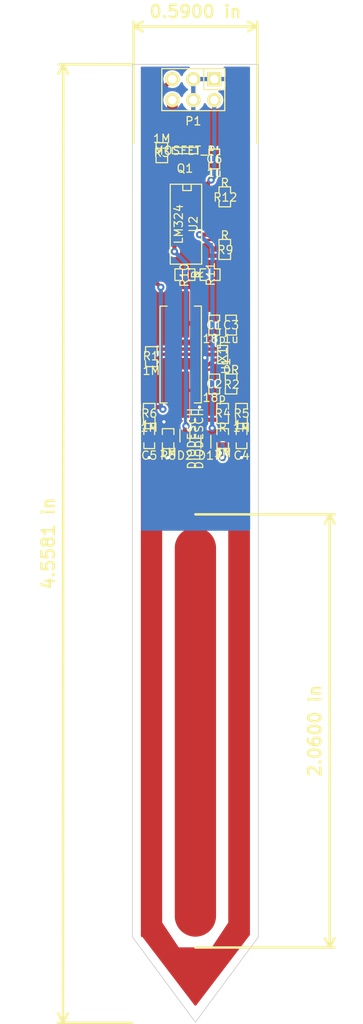
<source format=kicad_pcb>
(kicad_pcb (version 4) (host pcbnew "(2015-02-15 BZR 5420)-product")

  (general
    (links 52)
    (no_connects 0)
    (area 98.981999 26.675285 114.322001 142.472287)
    (thickness 1.6)
    (drawings 14)
    (tracks 171)
    (zones 0)
    (modules 25)
    (nets 20)
  )

  (page A4)
  (layers
    (0 F.Cu signal)
    (31 B.Cu signal)
    (32 B.Adhes user)
    (33 F.Adhes user)
    (34 B.Paste user)
    (35 F.Paste user)
    (36 B.SilkS user)
    (37 F.SilkS user)
    (38 B.Mask user)
    (39 F.Mask user)
    (40 Dwgs.User user)
    (41 Cmts.User user)
    (42 Eco1.User user)
    (43 Eco2.User user)
    (44 Edge.Cuts user)
    (45 Margin user)
    (46 B.CrtYd user)
    (47 F.CrtYd user)
    (48 B.Fab user)
    (49 F.Fab user)
  )

  (setup
    (last_trace_width 0.254)
    (user_trace_width 0.4064)
    (user_trace_width 0.508)
    (user_trace_width 1.27)
    (user_trace_width 5)
    (trace_clearance 0.2286)
    (zone_clearance 0.2286)
    (zone_45_only no)
    (trace_min 0.254)
    (segment_width 0.2)
    (edge_width 0.1)
    (via_size 0.889)
    (via_drill 0.4)
    (via_min_size 0.889)
    (via_min_drill 0.4)
    (uvia_size 0.508)
    (uvia_drill 0.127)
    (uvias_allowed no)
    (uvia_min_size 0.4572)
    (uvia_min_drill 0.127)
    (pcb_text_width 0.3)
    (pcb_text_size 1.5 1.5)
    (mod_edge_width 0.15)
    (mod_text_size 1 1)
    (mod_text_width 0.15)
    (pad_size 1.5 1.5)
    (pad_drill 0.6)
    (pad_to_mask_clearance 0)
    (aux_axis_origin 0 0)
    (visible_elements FFFEFF7F)
    (pcbplotparams
      (layerselection 0x00030_80000001)
      (usegerberextensions false)
      (excludeedgelayer true)
      (linewidth 0.100000)
      (plotframeref false)
      (viasonmask false)
      (mode 1)
      (useauxorigin false)
      (hpglpennumber 1)
      (hpglpenspeed 20)
      (hpglpendiameter 15)
      (hpglpenoverlay 2)
      (psnegative false)
      (psa4output false)
      (plotreference true)
      (plotvalue true)
      (plotinvisibletext false)
      (padsonsilk false)
      (subtractmaskfromsilk false)
      (outputformat 1)
      (mirror false)
      (drillshape 1)
      (scaleselection 1)
      (outputdirectory ""))
  )

  (net 0 "")
  (net 1 "Net-(C1-Pad1)")
  (net 2 GND)
  (net 3 "Net-(C2-Pad1)")
  (net 4 VCC)
  (net 5 /SENSE_LOW)
  (net 6 /SENSE_HIGH)
  (net 7 /SENSOR_TRACK)
  (net 8 /~ENABLE)
  (net 9 VDD)
  (net 10 "Net-(R1-Pad1)")
  (net 11 "Net-(R4-Pad2)")
  (net 12 "Net-(R12-Pad2)")
  (net 13 "Net-(R9-Pad2)")
  (net 14 "Net-(R10-Pad1)")
  (net 15 "Net-(R10-Pad2)")
  (net 16 /OUT)
  (net 17 "Net-(U2-Pad1)")
  (net 18 "Net-(U2-Pad2)")
  (net 19 "Net-(U2-Pad3)")

  (net_class Default "This is the default net class."
    (clearance 0.2286)
    (trace_width 0.254)
    (via_dia 0.889)
    (via_drill 0.4)
    (uvia_dia 0.508)
    (uvia_drill 0.127)
    (add_net /OUT)
    (add_net /SENSE_HIGH)
    (add_net /SENSE_LOW)
    (add_net /SENSOR_TRACK)
    (add_net /~ENABLE)
    (add_net GND)
    (add_net "Net-(C1-Pad1)")
    (add_net "Net-(C2-Pad1)")
    (add_net "Net-(R1-Pad1)")
    (add_net "Net-(R10-Pad1)")
    (add_net "Net-(R10-Pad2)")
    (add_net "Net-(R12-Pad2)")
    (add_net "Net-(R4-Pad2)")
    (add_net "Net-(R9-Pad2)")
    (add_net "Net-(U2-Pad1)")
    (add_net "Net-(U2-Pad2)")
    (add_net "Net-(U2-Pad3)")
    (add_net VCC)
    (add_net VDD)
  )

  (module SMD_Packages:SMD-0603_c placed (layer F.Cu) (tedit 54D226C6) (tstamp 54E30434)
    (at 108.938 58.221286 90)
    (path /54D21881)
    (attr smd)
    (fp_text reference C1 (at 0 0 180) (layer F.SilkS)
      (effects (font (size 1 1) (thickness 0.15)))
    )
    (fp_text value 18p (at -1.651 0 180) (layer F.SilkS)
      (effects (font (size 1 1) (thickness 0.15)))
    )
    (fp_line (start 0.50038 0.65024) (end 1.19888 0.65024) (layer F.SilkS) (width 0.15))
    (fp_line (start -0.50038 0.65024) (end -1.19888 0.65024) (layer F.SilkS) (width 0.15))
    (fp_line (start 0.50038 -0.65024) (end 1.19888 -0.65024) (layer F.SilkS) (width 0.15))
    (fp_line (start -1.19888 -0.65024) (end -0.50038 -0.65024) (layer F.SilkS) (width 0.15))
    (fp_line (start 1.19888 -0.635) (end 1.19888 0.635) (layer F.SilkS) (width 0.15))
    (fp_line (start -1.19888 0.635) (end -1.19888 -0.635) (layer F.SilkS) (width 0.15))
    (pad 1 smd rect (at -0.762 0 90) (size 0.635 1.143) (layers F.Cu F.Paste F.Mask)
      (net 1 "Net-(C1-Pad1)"))
    (pad 2 smd rect (at 0.762 0 90) (size 0.635 1.143) (layers F.Cu F.Paste F.Mask)
      (net 2 GND))
    (model Capacitors_SMD/C_0603.wrl
      (at (xyz 0 0 0.001))
      (scale (xyz 1 1 1))
      (rotate (xyz 0 0 0))
    )
  )

  (module Transistors_SMD:sc70-6 placed (layer F.Cu) (tedit 54D226C6) (tstamp 54E30556)
    (at 109.954 61.777286 270)
    (descr SC70-6)
    (path /54D21739)
    (attr smd)
    (fp_text reference U1 (at 1.4 -0.4 270) (layer F.SilkS)
      (effects (font (size 1 1) (thickness 0.15)))
    )
    (fp_text value NC7WZU04P6 (at 2.2 0.2 270) (layer F.SilkS) hide
      (effects (font (size 1 1) (thickness 0.15)))
    )
    (fp_line (start -1.1 0.3) (end -0.8 0.3) (layer F.SilkS) (width 0.15))
    (fp_line (start -0.8 0.3) (end -0.8 0.6) (layer F.SilkS) (width 0.15))
    (fp_line (start 1.1 0.6) (end 1.1 -0.6) (layer F.SilkS) (width 0.15))
    (fp_line (start -1.1 -0.6) (end -1.1 0.6) (layer F.SilkS) (width 0.15))
    (fp_line (start -1.1 0.6) (end 1.1 0.6) (layer F.SilkS) (width 0.15))
    (fp_line (start 1.1 -0.6) (end -1.1 -0.6) (layer F.SilkS) (width 0.15))
    (pad 1 smd rect (at -0.6604 1.016 270) (size 0.4064 0.6604) (layers F.Cu F.Paste F.Mask)
      (net 1 "Net-(C1-Pad1)"))
    (pad 3 smd rect (at 0.6604 1.016 270) (size 0.4064 0.6604) (layers F.Cu F.Paste F.Mask)
      (net 10 "Net-(R1-Pad1)"))
    (pad 2 smd rect (at 0 1.016 270) (size 0.4064 0.6604) (layers F.Cu F.Paste F.Mask)
      (net 2 GND))
    (pad 4 smd rect (at 0.6604 -1.016 270) (size 0.4064 0.6604) (layers F.Cu F.Paste F.Mask)
      (net 11 "Net-(R4-Pad2)"))
    (pad 6 smd rect (at -0.6604 -1.016 270) (size 0.4064 0.6604) (layers F.Cu F.Paste F.Mask)
      (net 10 "Net-(R1-Pad1)"))
    (pad 5 smd rect (at 0 -1.016 270) (size 0.4064 0.6604) (layers F.Cu F.Paste F.Mask)
      (net 4 VCC))
    (model Transistors_SMD/sc70-6.wrl
      (at (xyz 0 0 0))
      (scale (xyz 1 1 1))
      (rotate (xyz 0 0 0))
    )
  )

  (module SMD_Packages:SMD-0603_r placed (layer F.Cu) (tedit 54D226C6) (tstamp 54E30545)
    (at 101.318 62.031286 90)
    (path /54D2193D)
    (attr smd)
    (fp_text reference R1 (at 0.0635 -0.0635 180) (layer F.SilkS)
      (effects (font (size 1 1) (thickness 0.15)))
    )
    (fp_text value 1M (at -1.69926 0 180) (layer F.SilkS)
      (effects (font (size 1 1) (thickness 0.15)))
    )
    (fp_line (start -0.50038 -0.6985) (end -1.2065 -0.6985) (layer F.SilkS) (width 0.15))
    (fp_line (start -1.2065 -0.6985) (end -1.2065 0.6985) (layer F.SilkS) (width 0.15))
    (fp_line (start -1.2065 0.6985) (end -0.50038 0.6985) (layer F.SilkS) (width 0.15))
    (fp_line (start 1.2065 -0.6985) (end 0.50038 -0.6985) (layer F.SilkS) (width 0.15))
    (fp_line (start 1.2065 -0.6985) (end 1.2065 0.6985) (layer F.SilkS) (width 0.15))
    (fp_line (start 1.2065 0.6985) (end 0.50038 0.6985) (layer F.SilkS) (width 0.15))
    (pad 1 smd rect (at -0.762 0 90) (size 0.635 1.143) (layers F.Cu F.Paste F.Mask)
      (net 10 "Net-(R1-Pad1)"))
    (pad 2 smd rect (at 0.762 0 90) (size 0.635 1.143) (layers F.Cu F.Paste F.Mask)
      (net 1 "Net-(C1-Pad1)"))
    (model Resistors_SMD/R_0603.wrl
      (at (xyz 0 0 0.001))
      (scale (xyz 1 1 1))
      (rotate (xyz 0 0 0))
    )
  )

  (module SMD_Packages:SMD-0603_c placed (layer F.Cu) (tedit 54D226C6) (tstamp 54E30427)
    (at 110.97 58.221286 90)
    (path /54D21E5C)
    (attr smd)
    (fp_text reference C3 (at 0 0 180) (layer F.SilkS)
      (effects (font (size 1 1) (thickness 0.15)))
    )
    (fp_text value 1u (at -1.651 0 180) (layer F.SilkS)
      (effects (font (size 1 1) (thickness 0.15)))
    )
    (fp_line (start 0.50038 0.65024) (end 1.19888 0.65024) (layer F.SilkS) (width 0.15))
    (fp_line (start -0.50038 0.65024) (end -1.19888 0.65024) (layer F.SilkS) (width 0.15))
    (fp_line (start 0.50038 -0.65024) (end 1.19888 -0.65024) (layer F.SilkS) (width 0.15))
    (fp_line (start -1.19888 -0.65024) (end -0.50038 -0.65024) (layer F.SilkS) (width 0.15))
    (fp_line (start 1.19888 -0.635) (end 1.19888 0.635) (layer F.SilkS) (width 0.15))
    (fp_line (start -1.19888 0.635) (end -1.19888 -0.635) (layer F.SilkS) (width 0.15))
    (pad 1 smd rect (at -0.762 0 90) (size 0.635 1.143) (layers F.Cu F.Paste F.Mask)
      (net 4 VCC))
    (pad 2 smd rect (at 0.762 0 90) (size 0.635 1.143) (layers F.Cu F.Paste F.Mask)
      (net 2 GND))
    (model Capacitors_SMD/C_0603.wrl
      (at (xyz 0 0 0.001))
      (scale (xyz 1 1 1))
      (rotate (xyz 0 0 0))
    )
  )

  (module Crystals:Crystal_HC49-SD_SMD placed (layer F.Cu) (tedit 54D226C6) (tstamp 54E30538)
    (at 104.874 61.777286 270)
    (descr "Crystal, Quarz, HC49-SD, SMD,")
    (tags "Crystal, Quarz, HC49-SD, SMD,")
    (path /54D213EA)
    (attr smd)
    (fp_text reference X1 (at 0 -5.08 270) (layer F.SilkS)
      (effects (font (size 1 1) (thickness 0.15)))
    )
    (fp_text value 16MHz (at 2.54 5.08 270) (layer F.SilkS) hide
      (effects (font (size 1 1) (thickness 0.15)))
    )
    (fp_circle (center 0 0) (end 0.8509 0) (layer F.Adhes) (width 0.381))
    (fp_circle (center 0 0) (end 0.50038 0) (layer F.Adhes) (width 0.381))
    (fp_circle (center 0 0) (end 0.14986 0.0508) (layer F.Adhes) (width 0.381))
    (fp_line (start -5.84962 2.49936) (end 5.84962 2.49936) (layer F.SilkS) (width 0.15))
    (fp_line (start 5.84962 -2.49936) (end -5.84962 -2.49936) (layer F.SilkS) (width 0.15))
    (fp_line (start 5.84962 2.49936) (end 5.84962 1.651) (layer F.SilkS) (width 0.15))
    (fp_line (start 5.84962 -2.49936) (end 5.84962 -1.651) (layer F.SilkS) (width 0.15))
    (fp_line (start -5.84962 2.49936) (end -5.84962 1.651) (layer F.SilkS) (width 0.15))
    (fp_line (start -5.84962 -2.49936) (end -5.84962 -1.651) (layer F.SilkS) (width 0.15))
    (pad 1 smd rect (at -4.84886 0 270) (size 5.6007 2.10058) (layers F.Cu F.Paste F.Mask)
      (net 1 "Net-(C1-Pad1)"))
    (pad 2 smd rect (at 4.84886 0 270) (size 5.6007 2.10058) (layers F.Cu F.Paste F.Mask)
      (net 3 "Net-(C2-Pad1)"))
    (model ../../usr/local/share/kicad/modules/packages3d/Crystals_Oscillators_SMD/Q_49U3HMS.wrl
      (at (xyz 0 0 0))
      (scale (xyz 1 1 1))
      (rotate (xyz 0 0 0))
    )
  )

  (module SMD_Packages:SMD-0603_c placed (layer F.Cu) (tedit 54D226C6) (tstamp 54E30528)
    (at 108.938 65.333286 90)
    (path /54D218DE)
    (attr smd)
    (fp_text reference C2 (at 0 0 180) (layer F.SilkS)
      (effects (font (size 1 1) (thickness 0.15)))
    )
    (fp_text value 18p (at -1.651 0 180) (layer F.SilkS)
      (effects (font (size 1 1) (thickness 0.15)))
    )
    (fp_line (start 0.50038 0.65024) (end 1.19888 0.65024) (layer F.SilkS) (width 0.15))
    (fp_line (start -0.50038 0.65024) (end -1.19888 0.65024) (layer F.SilkS) (width 0.15))
    (fp_line (start 0.50038 -0.65024) (end 1.19888 -0.65024) (layer F.SilkS) (width 0.15))
    (fp_line (start -1.19888 -0.65024) (end -0.50038 -0.65024) (layer F.SilkS) (width 0.15))
    (fp_line (start 1.19888 -0.635) (end 1.19888 0.635) (layer F.SilkS) (width 0.15))
    (fp_line (start -1.19888 0.635) (end -1.19888 -0.635) (layer F.SilkS) (width 0.15))
    (pad 1 smd rect (at -0.762 0 90) (size 0.635 1.143) (layers F.Cu F.Paste F.Mask)
      (net 3 "Net-(C2-Pad1)"))
    (pad 2 smd rect (at 0.762 0 90) (size 0.635 1.143) (layers F.Cu F.Paste F.Mask)
      (net 2 GND))
    (model Capacitors_SMD/C_0603.wrl
      (at (xyz 0 0 0.001))
      (scale (xyz 1 1 1))
      (rotate (xyz 0 0 0))
    )
  )

  (module SMD_Packages:SMD-0603_r placed (layer F.Cu) (tedit 54D226C6) (tstamp 54E3051B)
    (at 110.97 65.333286 270)
    (path /54D21994)
    (attr smd)
    (fp_text reference R2 (at 0.0635 -0.0635 360) (layer F.SilkS)
      (effects (font (size 1 1) (thickness 0.15)))
    )
    (fp_text value 0R (at -1.69926 0 360) (layer F.SilkS)
      (effects (font (size 1 1) (thickness 0.15)))
    )
    (fp_line (start -0.50038 -0.6985) (end -1.2065 -0.6985) (layer F.SilkS) (width 0.15))
    (fp_line (start -1.2065 -0.6985) (end -1.2065 0.6985) (layer F.SilkS) (width 0.15))
    (fp_line (start -1.2065 0.6985) (end -0.50038 0.6985) (layer F.SilkS) (width 0.15))
    (fp_line (start 1.2065 -0.6985) (end 0.50038 -0.6985) (layer F.SilkS) (width 0.15))
    (fp_line (start 1.2065 -0.6985) (end 1.2065 0.6985) (layer F.SilkS) (width 0.15))
    (fp_line (start 1.2065 0.6985) (end 0.50038 0.6985) (layer F.SilkS) (width 0.15))
    (pad 1 smd rect (at -0.762 0 270) (size 0.635 1.143) (layers F.Cu F.Paste F.Mask)
      (net 10 "Net-(R1-Pad1)"))
    (pad 2 smd rect (at 0.762 0 270) (size 0.635 1.143) (layers F.Cu F.Paste F.Mask)
      (net 3 "Net-(C2-Pad1)"))
    (model Resistors_SMD/R_0603.wrl
      (at (xyz 0 0 0.001))
      (scale (xyz 1 1 1))
      (rotate (xyz 0 0 0))
    )
  )

  (module SMD_Packages:SMD-0603_r placed (layer F.Cu) (tedit 54D226C6) (tstamp 54E30457)
    (at 109.954 68.889286 90)
    (path /54D2209D)
    (attr smd)
    (fp_text reference R4 (at 0 0 180) (layer F.SilkS)
      (effects (font (size 1 1) (thickness 0.15)))
    )
    (fp_text value R (at -1.69926 0 180) (layer F.SilkS)
      (effects (font (size 1 1) (thickness 0.15)))
    )
    (fp_line (start -0.50038 -0.6985) (end -1.2065 -0.6985) (layer F.SilkS) (width 0.15))
    (fp_line (start -1.2065 -0.6985) (end -1.2065 0.6985) (layer F.SilkS) (width 0.15))
    (fp_line (start -1.2065 0.6985) (end -0.50038 0.6985) (layer F.SilkS) (width 0.15))
    (fp_line (start 1.2065 -0.6985) (end 0.50038 -0.6985) (layer F.SilkS) (width 0.15))
    (fp_line (start 1.2065 -0.6985) (end 1.2065 0.6985) (layer F.SilkS) (width 0.15))
    (fp_line (start 1.2065 0.6985) (end 0.50038 0.6985) (layer F.SilkS) (width 0.15))
    (pad 1 smd rect (at -0.762 0 90) (size 0.635 1.143) (layers F.Cu F.Paste F.Mask)
      (net 7 /SENSOR_TRACK))
    (pad 2 smd rect (at 0.762 0 90) (size 0.635 1.143) (layers F.Cu F.Paste F.Mask)
      (net 11 "Net-(R4-Pad2)"))
    (model Resistors_SMD/R_0603.wrl
      (at (xyz 0 0 0.001))
      (scale (xyz 1 1 1))
      (rotate (xyz 0 0 0))
    )
  )

  (module SMD_Packages:SMD-0603_c placed (layer F.Cu) (tedit 54D226C6) (tstamp 54E3044A)
    (at 112.24 71.937286 270)
    (path /54D2222A)
    (attr smd)
    (fp_text reference C4 (at 2.032 0 360) (layer F.SilkS)
      (effects (font (size 1 1) (thickness 0.15)))
    )
    (fp_text value 1n (at -1.651 0 360) (layer F.SilkS)
      (effects (font (size 1 1) (thickness 0.15)))
    )
    (fp_line (start 0.50038 0.65024) (end 1.19888 0.65024) (layer F.SilkS) (width 0.15))
    (fp_line (start -0.50038 0.65024) (end -1.19888 0.65024) (layer F.SilkS) (width 0.15))
    (fp_line (start 0.50038 -0.65024) (end 1.19888 -0.65024) (layer F.SilkS) (width 0.15))
    (fp_line (start -1.19888 -0.65024) (end -0.50038 -0.65024) (layer F.SilkS) (width 0.15))
    (fp_line (start 1.19888 -0.635) (end 1.19888 0.635) (layer F.SilkS) (width 0.15))
    (fp_line (start -1.19888 0.635) (end -1.19888 -0.635) (layer F.SilkS) (width 0.15))
    (pad 1 smd rect (at -0.762 0 270) (size 0.635 1.143) (layers F.Cu F.Paste F.Mask)
      (net 5 /SENSE_LOW))
    (pad 2 smd rect (at 0.762 0 270) (size 0.635 1.143) (layers F.Cu F.Paste F.Mask)
      (net 2 GND))
    (model Capacitors_SMD/C_0603.wrl
      (at (xyz 0 0 0))
      (scale (xyz 1 1 1))
      (rotate (xyz 0 0 0))
    )
  )

  (module SMD_Packages:SMD-0603_c placed (layer F.Cu) (tedit 54D226C6) (tstamp 54E304A1)
    (at 101.064 71.937286 270)
    (path /54D22484)
    (attr smd)
    (fp_text reference C5 (at 2.032 0 360) (layer F.SilkS)
      (effects (font (size 1 1) (thickness 0.15)))
    )
    (fp_text value 1n (at -1.651 0 360) (layer F.SilkS)
      (effects (font (size 1 1) (thickness 0.15)))
    )
    (fp_line (start 0.50038 0.65024) (end 1.19888 0.65024) (layer F.SilkS) (width 0.15))
    (fp_line (start -0.50038 0.65024) (end -1.19888 0.65024) (layer F.SilkS) (width 0.15))
    (fp_line (start 0.50038 -0.65024) (end 1.19888 -0.65024) (layer F.SilkS) (width 0.15))
    (fp_line (start -1.19888 -0.65024) (end -0.50038 -0.65024) (layer F.SilkS) (width 0.15))
    (fp_line (start 1.19888 -0.635) (end 1.19888 0.635) (layer F.SilkS) (width 0.15))
    (fp_line (start -1.19888 0.635) (end -1.19888 -0.635) (layer F.SilkS) (width 0.15))
    (pad 1 smd rect (at -0.762 0 270) (size 0.635 1.143) (layers F.Cu F.Paste F.Mask)
      (net 6 /SENSE_HIGH))
    (pad 2 smd rect (at 0.762 0 270) (size 0.635 1.143) (layers F.Cu F.Paste F.Mask)
      (net 2 GND))
    (model Capacitors_SMD/C_0603.wrl
      (at (xyz 0 0 0.001))
      (scale (xyz 1 1 1))
      (rotate (xyz 0 0 0))
    )
  )

  (module Pin_Headers:Pin_Header_Straight_2x03 placed (layer F.Cu) (tedit 54D226C6) (tstamp 54E30501)
    (at 106.398 29.773286 180)
    (descr "Through hole pin header")
    (tags "pin header")
    (path /54D22B40)
    (fp_text reference P1 (at 0 -3.81 180) (layer F.SilkS)
      (effects (font (size 1 1) (thickness 0.15)))
    )
    (fp_text value CONN_01X06 (at 0 0 180) (layer F.SilkS) hide
      (effects (font (size 1 1) (thickness 0.15)))
    )
    (fp_line (start -3.81 0) (end -1.27 0) (layer F.SilkS) (width 0.15))
    (fp_line (start -1.27 0) (end -1.27 2.54) (layer F.SilkS) (width 0.15))
    (fp_line (start -3.81 2.54) (end 3.81 2.54) (layer F.SilkS) (width 0.15))
    (fp_line (start 3.81 2.54) (end 3.81 -2.54) (layer F.SilkS) (width 0.15))
    (fp_line (start 3.81 -2.54) (end -1.27 -2.54) (layer F.SilkS) (width 0.15))
    (fp_line (start -3.81 2.54) (end -3.81 0) (layer F.SilkS) (width 0.15))
    (fp_line (start -3.81 -2.54) (end -3.81 0) (layer F.SilkS) (width 0.15))
    (fp_line (start -1.27 -2.54) (end -3.81 -2.54) (layer F.SilkS) (width 0.15))
    (pad 1 thru_hole rect (at -2.54 1.27 180) (size 1.7272 1.7272) (drill 1.016) (layers *.Cu *.Mask F.SilkS)
      (net 2 GND))
    (pad 2 thru_hole oval (at -2.54 -1.27 180) (size 1.7272 1.7272) (drill 1.016) (layers *.Cu *.Mask F.SilkS)
      (net 16 /OUT))
    (pad 3 thru_hole oval (at 0 1.27 180) (size 1.7272 1.7272) (drill 1.016) (layers *.Cu *.Mask F.SilkS)
      (net 2 GND))
    (pad 4 thru_hole oval (at 0 -1.27 180) (size 1.7272 1.7272) (drill 1.016) (layers *.Cu *.Mask F.SilkS)
      (net 2 GND))
    (pad 5 thru_hole oval (at 2.54 1.27 180) (size 1.7272 1.7272) (drill 1.016) (layers *.Cu *.Mask F.SilkS)
      (net 8 /~ENABLE))
    (pad 6 thru_hole oval (at 2.54 -1.27 180) (size 1.7272 1.7272) (drill 1.016) (layers *.Cu *.Mask F.SilkS)
      (net 9 VDD))
    (model Pin_Headers/Pin_Header_Straight_2x03.wrl
      (at (xyz 0 0 0))
      (scale (xyz 1 1 1))
      (rotate (xyz 0 0 0))
    )
  )

  (module SMD_Packages:SOT-23-GDS placed (layer F.Cu) (tedit 54D226C6) (tstamp 54E304EE)
    (at 105.382 37.139286 180)
    (descr "Module CMS SOT23 Transistore EBC")
    (tags "CMS SOT")
    (path /54D22CB3)
    (attr smd)
    (fp_text reference Q1 (at 0 -2.159 180) (layer F.SilkS)
      (effects (font (size 1 1) (thickness 0.15)))
    )
    (fp_text value MOSFET_P (at 0 0 180) (layer F.SilkS)
      (effects (font (size 1 1) (thickness 0.15)))
    )
    (fp_line (start -1.524 -0.381) (end 1.524 -0.381) (layer F.SilkS) (width 0.15))
    (fp_line (start 1.524 -0.381) (end 1.524 0.381) (layer F.SilkS) (width 0.15))
    (fp_line (start 1.524 0.381) (end -1.524 0.381) (layer F.SilkS) (width 0.15))
    (fp_line (start -1.524 0.381) (end -1.524 -0.381) (layer F.SilkS) (width 0.15))
    (pad S smd rect (at -0.889 -1.016 180) (size 0.9144 0.9144) (layers F.Cu F.Paste F.Mask)
      (net 4 VCC))
    (pad G smd rect (at 0.889 -1.016 180) (size 0.9144 0.9144) (layers F.Cu F.Paste F.Mask)
      (net 8 /~ENABLE))
    (pad D smd rect (at 0 1.016 180) (size 0.9144 0.9144) (layers F.Cu F.Paste F.Mask)
      (net 9 VDD))
    (model SMD_Packages/SOT-23-GDS.wrl
      (at (xyz 0 0 0))
      (scale (xyz 0.13 0.15 0.15))
      (rotate (xyz 0 0 0))
    )
  )

  (module SMD_Packages:SMD-0603_r placed (layer F.Cu) (tedit 54D226C6) (tstamp 54E304E2)
    (at 102.588 37.393286 270)
    (path /54D22EA4)
    (attr smd)
    (fp_text reference R3 (at 0 0 360) (layer F.SilkS)
      (effects (font (size 1 1) (thickness 0.15)))
    )
    (fp_text value 1M (at -1.69926 0 360) (layer F.SilkS)
      (effects (font (size 1 1) (thickness 0.15)))
    )
    (fp_line (start -0.50038 -0.6985) (end -1.2065 -0.6985) (layer F.SilkS) (width 0.15))
    (fp_line (start -1.2065 -0.6985) (end -1.2065 0.6985) (layer F.SilkS) (width 0.15))
    (fp_line (start -1.2065 0.6985) (end -0.50038 0.6985) (layer F.SilkS) (width 0.15))
    (fp_line (start 1.2065 -0.6985) (end 0.50038 -0.6985) (layer F.SilkS) (width 0.15))
    (fp_line (start 1.2065 -0.6985) (end 1.2065 0.6985) (layer F.SilkS) (width 0.15))
    (fp_line (start 1.2065 0.6985) (end 0.50038 0.6985) (layer F.SilkS) (width 0.15))
    (pad 1 smd rect (at -0.762 0 270) (size 0.635 1.143) (layers F.Cu F.Paste F.Mask)
      (net 9 VDD))
    (pad 2 smd rect (at 0.762 0 270) (size 0.635 1.143) (layers F.Cu F.Paste F.Mask)
      (net 8 /~ENABLE))
    (model Resistors_SMD/R_0603.wrl
      (at (xyz 0 0 0.001))
      (scale (xyz 1 1 1))
      (rotate (xyz 0 0 0))
    )
  )

  (module SMD_Packages:SMD-0603_r placed (layer F.Cu) (tedit 54D226C6) (tstamp 54E30464)
    (at 112.24 68.889286 90)
    (path /54D22174)
    (attr smd)
    (fp_text reference R5 (at 0 0 180) (layer F.SilkS)
      (effects (font (size 1 1) (thickness 0.15)))
    )
    (fp_text value 1M (at -1.69926 0 180) (layer F.SilkS)
      (effects (font (size 1 1) (thickness 0.15)))
    )
    (fp_line (start -0.50038 -0.6985) (end -1.2065 -0.6985) (layer F.SilkS) (width 0.15))
    (fp_line (start -1.2065 -0.6985) (end -1.2065 0.6985) (layer F.SilkS) (width 0.15))
    (fp_line (start -1.2065 0.6985) (end -0.50038 0.6985) (layer F.SilkS) (width 0.15))
    (fp_line (start 1.2065 -0.6985) (end 0.50038 -0.6985) (layer F.SilkS) (width 0.15))
    (fp_line (start 1.2065 -0.6985) (end 1.2065 0.6985) (layer F.SilkS) (width 0.15))
    (fp_line (start 1.2065 0.6985) (end 0.50038 0.6985) (layer F.SilkS) (width 0.15))
    (pad 1 smd rect (at -0.762 0 90) (size 0.635 1.143) (layers F.Cu F.Paste F.Mask)
      (net 5 /SENSE_LOW))
    (pad 2 smd rect (at 0.762 0 90) (size 0.635 1.143) (layers F.Cu F.Paste F.Mask)
      (net 4 VCC))
    (model Resistors_SMD/R_0603.wrl
      (at (xyz 0 0 0.001))
      (scale (xyz 1 1 1))
      (rotate (xyz 0 0 0))
    )
  )

  (module SMD_Packages:SMD-0603_r placed (layer F.Cu) (tedit 54D226C6) (tstamp 54E30487)
    (at 101.064 68.889286 90)
    (path /54D2252C)
    (attr smd)
    (fp_text reference R6 (at 0 0 180) (layer F.SilkS)
      (effects (font (size 1 1) (thickness 0.15)))
    )
    (fp_text value 1M (at -1.69926 0 180) (layer F.SilkS)
      (effects (font (size 1 1) (thickness 0.15)))
    )
    (fp_line (start -0.50038 -0.6985) (end -1.2065 -0.6985) (layer F.SilkS) (width 0.15))
    (fp_line (start -1.2065 -0.6985) (end -1.2065 0.6985) (layer F.SilkS) (width 0.15))
    (fp_line (start -1.2065 0.6985) (end -0.50038 0.6985) (layer F.SilkS) (width 0.15))
    (fp_line (start 1.2065 -0.6985) (end 0.50038 -0.6985) (layer F.SilkS) (width 0.15))
    (fp_line (start 1.2065 -0.6985) (end 1.2065 0.6985) (layer F.SilkS) (width 0.15))
    (fp_line (start 1.2065 0.6985) (end 0.50038 0.6985) (layer F.SilkS) (width 0.15))
    (pad 1 smd rect (at -0.762 0 90) (size 0.635 1.143) (layers F.Cu F.Paste F.Mask)
      (net 6 /SENSE_HIGH))
    (pad 2 smd rect (at 0.762 0 90) (size 0.635 1.143) (layers F.Cu F.Paste F.Mask)
      (net 4 VCC))
    (model Resistors_SMD/R_0603.wrl
      (at (xyz 0 0 0.001))
      (scale (xyz 1 1 1))
      (rotate (xyz 0 0 0))
    )
  )

  (module SMD_Packages:SMD-0603_r placed (layer F.Cu) (tedit 54D226C6) (tstamp 54E30471)
    (at 109.954 71.937286 90)
    (path /54D222F8)
    (attr smd)
    (fp_text reference R7 (at -2.032 0 180) (layer F.SilkS)
      (effects (font (size 1 1) (thickness 0.15)))
    )
    (fp_text value 1M (at -1.69926 0 180) (layer F.SilkS)
      (effects (font (size 1 1) (thickness 0.15)))
    )
    (fp_line (start -0.50038 -0.6985) (end -1.2065 -0.6985) (layer F.SilkS) (width 0.15))
    (fp_line (start -1.2065 -0.6985) (end -1.2065 0.6985) (layer F.SilkS) (width 0.15))
    (fp_line (start -1.2065 0.6985) (end -0.50038 0.6985) (layer F.SilkS) (width 0.15))
    (fp_line (start 1.2065 -0.6985) (end 0.50038 -0.6985) (layer F.SilkS) (width 0.15))
    (fp_line (start 1.2065 -0.6985) (end 1.2065 0.6985) (layer F.SilkS) (width 0.15))
    (fp_line (start 1.2065 0.6985) (end 0.50038 0.6985) (layer F.SilkS) (width 0.15))
    (pad 1 smd rect (at -0.762 0 90) (size 0.635 1.143) (layers F.Cu F.Paste F.Mask)
      (net 2 GND))
    (pad 2 smd rect (at 0.762 0 90) (size 0.635 1.143) (layers F.Cu F.Paste F.Mask)
      (net 5 /SENSE_LOW))
    (model Resistors_SMD/R_0603.wrl
      (at (xyz 0 0 0.001))
      (scale (xyz 1 1 1))
      (rotate (xyz 0 0 0))
    )
  )

  (module SMD_Packages:SMD-0603_r placed (layer F.Cu) (tedit 54D226C6) (tstamp 54E30494)
    (at 103.35 71.937286 90)
    (path /54D221C8)
    (attr smd)
    (fp_text reference R8 (at -2.032 0 180) (layer F.SilkS)
      (effects (font (size 1 1) (thickness 0.15)))
    )
    (fp_text value 1M (at -1.69926 0 180) (layer F.SilkS)
      (effects (font (size 1 1) (thickness 0.15)))
    )
    (fp_line (start -0.50038 -0.6985) (end -1.2065 -0.6985) (layer F.SilkS) (width 0.15))
    (fp_line (start -1.2065 -0.6985) (end -1.2065 0.6985) (layer F.SilkS) (width 0.15))
    (fp_line (start -1.2065 0.6985) (end -0.50038 0.6985) (layer F.SilkS) (width 0.15))
    (fp_line (start 1.2065 -0.6985) (end 0.50038 -0.6985) (layer F.SilkS) (width 0.15))
    (fp_line (start 1.2065 -0.6985) (end 1.2065 0.6985) (layer F.SilkS) (width 0.15))
    (fp_line (start 1.2065 0.6985) (end 0.50038 0.6985) (layer F.SilkS) (width 0.15))
    (pad 1 smd rect (at -0.762 0 90) (size 0.635 1.143) (layers F.Cu F.Paste F.Mask)
      (net 2 GND))
    (pad 2 smd rect (at 0.762 0 90) (size 0.635 1.143) (layers F.Cu F.Paste F.Mask)
      (net 6 /SENSE_HIGH))
    (model Resistors_SMD/R_0603.wrl
      (at (xyz 0 0 0.001))
      (scale (xyz 1 1 1))
      (rotate (xyz 0 0 0))
    )
  )

  (module SMD_Packages:SMD-0603_c (layer F.Cu) (tedit 54D24E80) (tstamp 54E304D5)
    (at 108.938 38.155286 90)
    (path /54D2428C)
    (attr smd)
    (fp_text reference C6 (at 0 0 180) (layer F.SilkS)
      (effects (font (size 1 1) (thickness 0.15)))
    )
    (fp_text value 1u (at -1.651 0 180) (layer F.SilkS)
      (effects (font (size 1 1) (thickness 0.15)))
    )
    (fp_line (start 0.50038 0.65024) (end 1.19888 0.65024) (layer F.SilkS) (width 0.15))
    (fp_line (start -0.50038 0.65024) (end -1.19888 0.65024) (layer F.SilkS) (width 0.15))
    (fp_line (start 0.50038 -0.65024) (end 1.19888 -0.65024) (layer F.SilkS) (width 0.15))
    (fp_line (start -1.19888 -0.65024) (end -0.50038 -0.65024) (layer F.SilkS) (width 0.15))
    (fp_line (start 1.19888 -0.635) (end 1.19888 0.635) (layer F.SilkS) (width 0.15))
    (fp_line (start -1.19888 0.635) (end -1.19888 -0.635) (layer F.SilkS) (width 0.15))
    (pad 1 smd rect (at -0.762 0 90) (size 0.635 1.143) (layers F.Cu F.Paste F.Mask)
      (net 4 VCC))
    (pad 2 smd rect (at 0.762 0 90) (size 0.635 1.143) (layers F.Cu F.Paste F.Mask)
      (net 2 GND))
    (model Capacitors_SMD/C_0603.wrl
      (at (xyz 0 0 0.001))
      (scale (xyz 1 1 1))
      (rotate (xyz 0 0 0))
    )
  )

  (module SMD_Packages:SOD-523 (layer F.Cu) (tedit 54D255C3) (tstamp 54E3043D)
    (at 107.922 71.937286 270)
    (descr "http://www.diodes.com/datasheets/ap02001.pdf p.144")
    (tags "Diode SOD523")
    (path /54D21FCD)
    (fp_text reference D1 (at 2.032 0 360) (layer F.SilkS)
      (effects (font (size 1 1) (thickness 0.15)))
    )
    (fp_text value DIODESCH (at 0 1.7 270) (layer F.SilkS)
      (effects (font (size 1 1) (thickness 0.15)))
    )
    (fp_line (start -0.4 0.6) (end 1.15 0.6) (layer F.SilkS) (width 0.15))
    (fp_line (start -0.4 -0.6) (end 1.15 -0.6) (layer F.SilkS) (width 0.15))
    (pad 1 smd rect (at -0.7 0 270) (size 0.6 0.7) (layers F.Cu F.Paste F.Mask)
      (net 5 /SENSE_LOW))
    (pad 2 smd rect (at 0.7 0 270) (size 0.6 0.7) (layers F.Cu F.Paste F.Mask)
      (net 7 /SENSOR_TRACK))
  )

  (module SMD_Packages:SOD-523 (layer F.Cu) (tedit 54D255C3) (tstamp 54E3047A)
    (at 105.382 71.937286 90)
    (descr "http://www.diodes.com/datasheets/ap02001.pdf p.144")
    (tags "Diode SOD523")
    (path /54D22068)
    (fp_text reference D2 (at -2.032 0 180) (layer F.SilkS)
      (effects (font (size 1 1) (thickness 0.15)))
    )
    (fp_text value DIODESCH (at 0 1.7 90) (layer F.SilkS)
      (effects (font (size 1 1) (thickness 0.15)))
    )
    (fp_line (start -0.4 0.6) (end 1.15 0.6) (layer F.SilkS) (width 0.15))
    (fp_line (start -0.4 -0.6) (end 1.15 -0.6) (layer F.SilkS) (width 0.15))
    (pad 1 smd rect (at -0.7 0 90) (size 0.6 0.7) (layers F.Cu F.Paste F.Mask)
      (net 7 /SENSOR_TRACK))
    (pad 2 smd rect (at 0.7 0 90) (size 0.6 0.7) (layers F.Cu F.Paste F.Mask)
      (net 6 /SENSE_HIGH))
  )

  (module SMD_Packages:SMD-0603_r (layer F.Cu) (tedit 54D2ACB4) (tstamp 54E3050E)
    (at 110.208 49.077286 270)
    (path /54D2B12F)
    (attr smd)
    (fp_text reference R9 (at 0.0635 -0.0635 360) (layer F.SilkS)
      (effects (font (size 1 1) (thickness 0.15)))
    )
    (fp_text value R (at -1.69926 0 360) (layer F.SilkS)
      (effects (font (size 1 1) (thickness 0.15)))
    )
    (fp_line (start -0.50038 -0.6985) (end -1.2065 -0.6985) (layer F.SilkS) (width 0.15))
    (fp_line (start -1.2065 -0.6985) (end -1.2065 0.6985) (layer F.SilkS) (width 0.15))
    (fp_line (start -1.2065 0.6985) (end -0.50038 0.6985) (layer F.SilkS) (width 0.15))
    (fp_line (start 1.2065 -0.6985) (end 0.50038 -0.6985) (layer F.SilkS) (width 0.15))
    (fp_line (start 1.2065 -0.6985) (end 1.2065 0.6985) (layer F.SilkS) (width 0.15))
    (fp_line (start 1.2065 0.6985) (end 0.50038 0.6985) (layer F.SilkS) (width 0.15))
    (pad 1 smd rect (at -0.762 0 270) (size 0.635 1.143) (layers F.Cu F.Paste F.Mask)
      (net 12 "Net-(R12-Pad2)"))
    (pad 2 smd rect (at 0.762 0 270) (size 0.635 1.143) (layers F.Cu F.Paste F.Mask)
      (net 13 "Net-(R9-Pad2)"))
    (model Resistors_SMD/R_0603.wrl
      (at (xyz 0 0 0.001))
      (scale (xyz 1 1 1))
      (rotate (xyz 0 0 0))
    )
  )

  (module SMD_Packages:SMD-0603_r (layer F.Cu) (tedit 54D2ACB4) (tstamp 54E3041A)
    (at 105.382 52.125286 180)
    (path /54D2B156)
    (attr smd)
    (fp_text reference R10 (at 0.0635 -0.0635 270) (layer F.SilkS)
      (effects (font (size 1 1) (thickness 0.15)))
    )
    (fp_text value R (at -1.69926 0 270) (layer F.SilkS)
      (effects (font (size 1 1) (thickness 0.15)))
    )
    (fp_line (start -0.50038 -0.6985) (end -1.2065 -0.6985) (layer F.SilkS) (width 0.15))
    (fp_line (start -1.2065 -0.6985) (end -1.2065 0.6985) (layer F.SilkS) (width 0.15))
    (fp_line (start -1.2065 0.6985) (end -0.50038 0.6985) (layer F.SilkS) (width 0.15))
    (fp_line (start 1.2065 -0.6985) (end 0.50038 -0.6985) (layer F.SilkS) (width 0.15))
    (fp_line (start 1.2065 -0.6985) (end 1.2065 0.6985) (layer F.SilkS) (width 0.15))
    (fp_line (start 1.2065 0.6985) (end 0.50038 0.6985) (layer F.SilkS) (width 0.15))
    (pad 1 smd rect (at -0.762 0 180) (size 0.635 1.143) (layers F.Cu F.Paste F.Mask)
      (net 14 "Net-(R10-Pad1)"))
    (pad 2 smd rect (at 0.762 0 180) (size 0.635 1.143) (layers F.Cu F.Paste F.Mask)
      (net 15 "Net-(R10-Pad2)"))
    (model Resistors_SMD/R_0603.wrl
      (at (xyz 0 0 0.001))
      (scale (xyz 1 1 1))
      (rotate (xyz 0 0 0))
    )
  )

  (module SMD_Packages:SMD-0603_r (layer F.Cu) (tedit 54D2ACB4) (tstamp 54E3040D)
    (at 108.43 52.125286)
    (path /54D2B17D)
    (attr smd)
    (fp_text reference R11 (at 0.0635 -0.0635 90) (layer F.SilkS)
      (effects (font (size 1 1) (thickness 0.15)))
    )
    (fp_text value R (at -1.69926 0 90) (layer F.SilkS)
      (effects (font (size 1 1) (thickness 0.15)))
    )
    (fp_line (start -0.50038 -0.6985) (end -1.2065 -0.6985) (layer F.SilkS) (width 0.15))
    (fp_line (start -1.2065 -0.6985) (end -1.2065 0.6985) (layer F.SilkS) (width 0.15))
    (fp_line (start -1.2065 0.6985) (end -0.50038 0.6985) (layer F.SilkS) (width 0.15))
    (fp_line (start 1.2065 -0.6985) (end 0.50038 -0.6985) (layer F.SilkS) (width 0.15))
    (fp_line (start 1.2065 -0.6985) (end 1.2065 0.6985) (layer F.SilkS) (width 0.15))
    (fp_line (start 1.2065 0.6985) (end 0.50038 0.6985) (layer F.SilkS) (width 0.15))
    (pad 1 smd rect (at -0.762 0) (size 0.635 1.143) (layers F.Cu F.Paste F.Mask)
      (net 14 "Net-(R10-Pad1)"))
    (pad 2 smd rect (at 0.762 0) (size 0.635 1.143) (layers F.Cu F.Paste F.Mask)
      (net 2 GND))
    (model Resistors_SMD/R_0603.wrl
      (at (xyz 0 0 0.001))
      (scale (xyz 1 1 1))
      (rotate (xyz 0 0 0))
    )
  )

  (module SMD_Packages:SMD-0603_r (layer F.Cu) (tedit 54D2ACB4) (tstamp 54E304C8)
    (at 110.208 42.727286 270)
    (path /54D2B42B)
    (attr smd)
    (fp_text reference R12 (at 0.0635 -0.0635 360) (layer F.SilkS)
      (effects (font (size 1 1) (thickness 0.15)))
    )
    (fp_text value R (at -1.69926 0 360) (layer F.SilkS)
      (effects (font (size 1 1) (thickness 0.15)))
    )
    (fp_line (start -0.50038 -0.6985) (end -1.2065 -0.6985) (layer F.SilkS) (width 0.15))
    (fp_line (start -1.2065 -0.6985) (end -1.2065 0.6985) (layer F.SilkS) (width 0.15))
    (fp_line (start -1.2065 0.6985) (end -0.50038 0.6985) (layer F.SilkS) (width 0.15))
    (fp_line (start 1.2065 -0.6985) (end 0.50038 -0.6985) (layer F.SilkS) (width 0.15))
    (fp_line (start 1.2065 -0.6985) (end 1.2065 0.6985) (layer F.SilkS) (width 0.15))
    (fp_line (start 1.2065 0.6985) (end 0.50038 0.6985) (layer F.SilkS) (width 0.15))
    (pad 1 smd rect (at -0.762 0 270) (size 0.635 1.143) (layers F.Cu F.Paste F.Mask)
      (net 16 /OUT))
    (pad 2 smd rect (at 0.762 0 270) (size 0.635 1.143) (layers F.Cu F.Paste F.Mask)
      (net 12 "Net-(R12-Pad2)"))
    (model Resistors_SMD/R_0603.wrl
      (at (xyz 0 0 0.001))
      (scale (xyz 1 1 1))
      (rotate (xyz 0 0 0))
    )
  )

  (module SMD_Packages:SOIC-14_W (layer F.Cu) (tedit 54D2ACB4) (tstamp 54E304BB)
    (at 105.636 46.029286 270)
    (descr "module CMS SOJ 14 pins etroit")
    (tags "CMS SOJ")
    (path /54D2AB47)
    (attr smd)
    (fp_text reference U2 (at 0 -0.762 270) (layer F.SilkS)
      (effects (font (size 1 1) (thickness 0.15)))
    )
    (fp_text value LM324 (at 0 1.016 270) (layer F.SilkS)
      (effects (font (size 1 1) (thickness 0.15)))
    )
    (fp_line (start -4.826 -1.778) (end 4.826 -1.778) (layer F.SilkS) (width 0.15))
    (fp_line (start 4.826 -1.778) (end 4.826 2.032) (layer F.SilkS) (width 0.15))
    (fp_line (start 4.826 2.032) (end -4.826 2.032) (layer F.SilkS) (width 0.15))
    (fp_line (start -4.826 2.032) (end -4.826 -1.778) (layer F.SilkS) (width 0.15))
    (fp_line (start -4.826 -0.508) (end -4.064 -0.508) (layer F.SilkS) (width 0.15))
    (fp_line (start -4.064 -0.508) (end -4.064 0.508) (layer F.SilkS) (width 0.15))
    (fp_line (start -4.064 0.508) (end -4.826 0.508) (layer F.SilkS) (width 0.15))
    (pad 1 smd rect (at -3.81 2.794 270) (size 0.508 1.143) (layers F.Cu F.Paste F.Mask)
      (net 17 "Net-(U2-Pad1)"))
    (pad 2 smd rect (at -2.54 2.794 270) (size 0.508 1.143) (layers F.Cu F.Paste F.Mask)
      (net 18 "Net-(U2-Pad2)"))
    (pad 3 smd rect (at -1.27 2.794 270) (size 0.508 1.143) (layers F.Cu F.Paste F.Mask)
      (net 19 "Net-(U2-Pad3)"))
    (pad 4 smd rect (at 0 2.794 270) (size 0.508 1.143) (layers F.Cu F.Paste F.Mask)
      (net 4 VCC))
    (pad 5 smd rect (at 1.27 2.794 270) (size 0.508 1.143) (layers F.Cu F.Paste F.Mask)
      (net 6 /SENSE_HIGH))
    (pad 6 smd rect (at 2.54 2.794 270) (size 0.508 1.143) (layers F.Cu F.Paste F.Mask)
      (net 15 "Net-(R10-Pad2)"))
    (pad 7 smd rect (at 3.81 2.794 270) (size 0.508 1.143) (layers F.Cu F.Paste F.Mask)
      (net 15 "Net-(R10-Pad2)"))
    (pad 8 smd rect (at 3.81 -2.54 270) (size 0.508 1.143) (layers F.Cu F.Paste F.Mask)
      (net 13 "Net-(R9-Pad2)"))
    (pad 9 smd rect (at 2.54 -2.54 270) (size 0.508 1.143) (layers F.Cu F.Paste F.Mask)
      (net 13 "Net-(R9-Pad2)"))
    (pad 10 smd rect (at 1.27 -2.54 270) (size 0.508 1.143) (layers F.Cu F.Paste F.Mask)
      (net 5 /SENSE_LOW))
    (pad 11 smd rect (at 0 -2.54 270) (size 0.508 1.143) (layers F.Cu F.Paste F.Mask)
      (net 2 GND))
    (pad 12 smd rect (at -1.27 -2.54 270) (size 0.508 1.143) (layers F.Cu F.Paste F.Mask)
      (net 14 "Net-(R10-Pad1)"))
    (pad 13 smd rect (at -2.54 -2.54 270) (size 0.508 1.143) (layers F.Cu F.Paste F.Mask)
      (net 12 "Net-(R12-Pad2)"))
    (pad 14 smd rect (at -3.81 -2.54 270) (size 0.508 1.143) (layers F.Cu F.Paste F.Mask)
      (net 16 /OUT))
    (model SMD_Packages/SOIC-14_W.wrl
      (at (xyz 0 0 0))
      (scale (xyz 0.5 0.3 0.5))
      (rotate (xyz 0 0 0))
    )
  )

  (dimension 52.324 (width 0.3) (layer F.SilkS)
    (gr_text "52,324 mm" (at 124.258 107.243286 90) (layer F.SilkS)
      (effects (font (size 1.5 1.5) (thickness 0.3)))
    )
    (feature1 (pts (xy 106.652 81.081286) (xy 125.608 81.081286)))
    (feature2 (pts (xy 106.652 133.405286) (xy 125.608 133.405286)))
    (crossbar (pts (xy 122.908 133.405286) (xy 122.908 81.081286)))
    (arrow1a (pts (xy 122.908 81.081286) (xy 123.494421 82.20779)))
    (arrow1b (pts (xy 122.908 81.081286) (xy 122.321579 82.20779)))
    (arrow2a (pts (xy 122.908 133.405286) (xy 123.494421 132.278782)))
    (arrow2b (pts (xy 122.908 133.405286) (xy 122.321579 132.278782)))
  )
  (gr_line (start 106.652 142.422286) (end 114.272 132.135286) (layer Edge.Cuts) (width 0.1) (tstamp 54E30228))
  (gr_line (start 99.032 132.135286) (end 106.652 142.422286) (layer Edge.Cuts) (width 0.1) (tstamp 54E30229))
  (dimension 115.774718 (width 0.3) (layer F.SilkS) (tstamp 54E302C6)
    (gr_text "115,775 mm" (at 89.284 84.609953 89.98416351) (layer F.SilkS) (tstamp 54E302C7)
      (effects (font (size 1.5 1.5) (thickness 0.3)))
    )
    (feature1 (pts (xy 99 142.5) (xy 87.918 142.496937)))
    (feature2 (pts (xy 99.032 26.725286) (xy 87.95 26.722223)))
    (crossbar (pts (xy 90.65 26.722969) (xy 90.618 142.497683)))
    (arrow1a (pts (xy 90.618 142.497683) (xy 90.031891 141.371017)))
    (arrow1b (pts (xy 90.618 142.497683) (xy 91.204732 141.371341)))
    (arrow2a (pts (xy 90.65 26.722969) (xy 90.063268 27.849311)))
    (arrow2b (pts (xy 90.65 26.722969) (xy 91.236109 27.849635)))
  )
  (gr_line (start 99.032 30.535286) (end 99.032 26.725286) (angle 90) (layer Edge.Cuts) (width 0.1) (tstamp 54E30221))
  (gr_line (start 114.272 30.535286) (end 114.272 26.725286) (angle 90) (layer Edge.Cuts) (width 0.1) (tstamp 54E30222))
  (gr_line (start 114.272 30.535286) (end 114.272 33.075286) (angle 90) (layer Edge.Cuts) (width 0.1) (tstamp 54E30223))
  (gr_line (start 99.032 26.725286) (end 114.272 26.725286) (angle 90) (layer Edge.Cuts) (width 0.1) (tstamp 54E30220))
  (gr_line (start 99.032 33.075286) (end 99.032 30.535286) (angle 90) (layer Edge.Cuts) (width 0.1) (tstamp 54E30224))
  (gr_line (start 99.032 132.135286) (end 99.032 71.175286) (angle 90) (layer Edge.Cuts) (width 0.1) (tstamp 54E30227))
  (gr_line (start 114.272 71.175286) (end 114.272 132.135286) (angle 90) (layer Edge.Cuts) (width 0.1) (tstamp 54E30225))
  (gr_line (start 99.032 71.175286) (end 99.032 33.075286) (layer Edge.Cuts) (width 0.1) (tstamp 54E30226))
  (gr_line (start 114.272 33.075286) (end 114.272 71.175286) (layer Edge.Cuts) (width 0.1) (tstamp 54E3022A))
  (dimension 14.986 (width 0.3) (layer F.SilkS) (tstamp 54E302C4)
    (gr_text "14,986 mm" (at 106.652 20.803286) (layer F.SilkS) (tstamp 54E302C5)
      (effects (font (size 1.5 1.5) (thickness 0.3)))
    )
    (feature1 (pts (xy 99.159 36.203286) (xy 99.159 19.453286)))
    (feature2 (pts (xy 114.145 36.203286) (xy 114.145 19.453286)))
    (crossbar (pts (xy 114.145 22.153286) (xy 99.159 22.153286)))
    (arrow1a (pts (xy 99.159 22.153286) (xy 100.285504 21.566865)))
    (arrow1b (pts (xy 99.159 22.153286) (xy 100.285504 22.739707)))
    (arrow2a (pts (xy 114.145 22.153286) (xy 113.018496 21.566865)))
    (arrow2b (pts (xy 114.145 22.153286) (xy 113.018496 22.739707)))
  )

  (via (at 109.954 74.223286) (size 0.889) (layers F.Cu B.Cu) (net 0))
  (segment (start 109.954 72.699286) (end 109.954 74.223286) (width 0.508) (layer B.Cu) (net 0))
  (segment (start 108.938 61.116886) (end 101.4704 61.116886) (width 0.4064) (layer F.Cu) (net 1))
  (segment (start 101.4704 61.116886) (end 101.318 61.269286) (width 0.4064) (layer F.Cu) (net 1))
  (segment (start 108.938 61.116886) (end 108.938 60.992426) (width 0.4064) (layer F.Cu) (net 1))
  (segment (start 108.938 59.237286) (end 108.06043 60.114856) (width 0.4064) (layer F.Cu) (net 1) (tstamp 54D22E09))
  (segment (start 108.938 60.992426) (end 108.06043 60.114856) (width 0.4064) (layer F.Cu) (net 1) (tstamp 54D22DF8))
  (segment (start 108.938 58.983286) (end 108.938 59.237286) (width 0.4064) (layer F.Cu) (net 1))
  (segment (start 108.06043 60.114856) (end 104.874 56.928426) (width 0.4064) (layer F.Cu) (net 1) (tstamp 54D22E13))
  (segment (start 108.938 61.777286) (end 108.176 61.777286) (width 0.4064) (layer F.Cu) (net 2))
  (segment (start 108.176 61.777286) (end 107.795 62.158286) (width 0.4064) (layer F.Cu) (net 2))
  (via (at 107.795 62.158286) (size 0.889) (layers F.Cu B.Cu) (net 2))
  (via (at 112.24 74.223286) (size 0.889) (layers F.Cu B.Cu) (net 2))
  (segment (start 112.24 72.699286) (end 112.24 74.223286) (width 0.508) (layer F.Cu) (net 2))
  (via (at 101.064 74.223286) (size 0.889) (layers F.Cu B.Cu) (net 2))
  (segment (start 101.064 72.699286) (end 101.064 74.223286) (width 0.508) (layer F.Cu) (net 2))
  (segment (start 104.62 74.223286) (end 107.16 71.683286) (width 0.254) (layer B.Cu) (net 2) (tstamp 54D274DA))
  (segment (start 107.16 71.683286) (end 107.16 68.127286) (width 0.254) (layer B.Cu) (net 2) (tstamp 54D274DC))
  (via (at 107.16 68.127286) (size 0.889) (layers F.Cu B.Cu) (net 2))
  (segment (start 103.35 72.699286) (end 103.35 74.223286) (width 0.508) (layer F.Cu) (net 2))
  (via (at 103.35 74.223286) (size 0.889) (layers F.Cu B.Cu) (net 2))
  (segment (start 103.35 74.223286) (end 104.62 74.223286) (width 0.254) (layer B.Cu) (net 2))
  (segment (start 103.35 70.413286) (end 102.842 69.905286) (width 0.254) (layer B.Cu) (net 2) (tstamp 54D274F5))
  (via (at 102.842 69.905286) (size 0.889) (layers F.Cu B.Cu) (net 2))
  (segment (start 103.35 74.223286) (end 103.35 70.413286) (width 0.254) (layer B.Cu) (net 2))
  (segment (start 108.938 66.095286) (end 105.40486 66.095286) (width 0.4064) (layer F.Cu) (net 3))
  (segment (start 110.97 66.095286) (end 108.938 66.095286) (width 0.4064) (layer F.Cu) (net 3))
  (segment (start 105.40486 66.349286) (end 105.128 66.626146) (width 0.508) (layer F.Cu) (net 3) (tstamp 54D22A42))
  (segment (start 105.40486 66.095286) (end 104.874 66.626146) (width 0.4064) (layer F.Cu) (net 3) (tstamp 54D22E78))
  (segment (start 111.224 58.983286) (end 110.97 58.983286) (width 0.508) (layer F.Cu) (net 4))
  (segment (start 110.97 61.777286) (end 111.7066 61.777286) (width 0.4064) (layer F.Cu) (net 4))
  (segment (start 111.7066 61.777286) (end 111.85901 61.624876) (width 0.4064) (layer F.Cu) (net 4))
  (segment (start 111.85901 61.624876) (end 111.85901 60.853857) (width 0.4064) (layer F.Cu) (net 4))
  (segment (start 111.85901 60.853857) (end 110.97 59.964847) (width 0.4064) (layer F.Cu) (net 4))
  (segment (start 110.97 59.964847) (end 110.97 58.983286) (width 0.4064) (layer F.Cu) (net 4))
  (segment (start 107.033 38.917286) (end 106.271 38.155286) (width 0.508) (layer F.Cu) (net 4))
  (segment (start 112.659111 61.497897) (end 112.659111 67.042298) (width 0.508) (layer F.Cu) (net 4))
  (segment (start 110.97 59.808786) (end 112.659111 61.497897) (width 0.508) (layer F.Cu) (net 4))
  (segment (start 110.97 58.983286) (end 110.97 59.808786) (width 0.508) (layer F.Cu) (net 4))
  (segment (start 112.24 67.461409) (end 112.24 68.127286) (width 0.508) (layer F.Cu) (net 4))
  (segment (start 112.659111 67.042298) (end 112.24 67.461409) (width 0.508) (layer F.Cu) (net 4))
  (via (at 102.715 68.381286) (size 0.889) (layers F.Cu B.Cu) (net 4))
  (segment (start 102.715 68.381286) (end 102.461 68.127286) (width 0.508) (layer F.Cu) (net 4) (tstamp 54D25C18))
  (segment (start 102.461 68.127286) (end 101.064 68.127286) (width 0.508) (layer F.Cu) (net 4) (tstamp 54D25C19))
  (segment (start 112.24 68.127286) (end 111.859 68.127286) (width 0.508) (layer F.Cu) (net 4))
  (segment (start 102.461 68.127286) (end 102.715 68.381286) (width 0.508) (layer B.Cu) (net 4) (tstamp 54D25D87))
  (segment (start 112.24 57.967286) (end 111.224 58.983286) (width 0.508) (layer F.Cu) (net 4))
  (segment (start 112.24 50.765114) (end 112.24 57.967286) (width 0.508) (layer F.Cu) (net 4))
  (segment (start 102.461 68.127286) (end 102.461 53.649286) (width 0.508) (layer B.Cu) (net 4) (tstamp 54D25D86))
  (segment (start 108.938 38.917286) (end 107.541 38.917286) (width 0.508) (layer F.Cu) (net 4))
  (segment (start 107.541 38.917286) (end 107.033 38.917286) (width 0.508) (layer F.Cu) (net 4) (tstamp 54D25D23))
  (segment (start 112.24 41.965286) (end 112.24 50.116845) (width 0.508) (layer F.Cu) (net 4))
  (segment (start 109.192 38.917286) (end 112.24 41.965286) (width 0.508) (layer F.Cu) (net 4))
  (segment (start 108.938 38.917286) (end 109.192 38.917286) (width 0.508) (layer F.Cu) (net 4))
  (segment (start 112.24 50.116845) (end 112.24 50.765114) (width 0.508) (layer F.Cu) (net 4))
  (segment (start 112.24 49.839286) (end 112.24 50.116845) (width 0.508) (layer F.Cu) (net 4))
  (segment (start 108.684 38.917286) (end 107.096338 40.504948) (width 0.508) (layer F.Cu) (net 4))
  (segment (start 108.938 38.917286) (end 108.684 38.917286) (width 0.508) (layer F.Cu) (net 4))
  (segment (start 107.096338 40.504948) (end 107.096338 44.479726) (width 0.508) (layer F.Cu) (net 4))
  (segment (start 105.546778 46.029286) (end 102.842 46.029286) (width 0.508) (layer F.Cu) (net 4))
  (segment (start 107.096338 44.479726) (end 105.546778 46.029286) (width 0.508) (layer F.Cu) (net 4))
  (segment (start 101.7625 52.950786) (end 102.461 53.649286) (width 0.508) (layer F.Cu) (net 4))
  (via (at 102.461 53.649286) (size 0.889) (drill 0.4) (layers F.Cu B.Cu) (net 4))
  (segment (start 101.7625 46.791286) (end 101.7625 52.950786) (width 0.508) (layer F.Cu) (net 4))
  (segment (start 102.5245 46.029286) (end 101.7625 46.791286) (width 0.508) (layer F.Cu) (net 4))
  (segment (start 102.842 46.029286) (end 102.5245 46.029286) (width 0.508) (layer F.Cu) (net 4))
  (segment (start 109.638 71.237286) (end 109.7 71.175286) (width 0.508) (layer F.Cu) (net 5))
  (segment (start 107.922 71.237286) (end 109.638 71.237286) (width 0.508) (layer F.Cu) (net 5))
  (segment (start 109.7 71.175286) (end 111.732 71.175286) (width 0.508) (layer F.Cu) (net 5))
  (segment (start 112.24 69.651286) (end 112.24 71.175286) (width 0.508) (layer F.Cu) (net 5))
  (segment (start 108.684 70.667286) (end 108.684 62.641396) (width 0.508) (layer B.Cu) (net 5))
  (segment (start 108.684 62.641396) (end 108.722101 62.603295) (width 0.508) (layer B.Cu) (net 5))
  (segment (start 108.722101 62.603295) (end 108.722101 53.814387) (width 0.508) (layer B.Cu) (net 5))
  (segment (start 109.954 71.175286) (end 109.192 71.175286) (width 0.508) (layer F.Cu) (net 5))
  (segment (start 109.192 71.175286) (end 108.684 70.667286) (width 0.508) (layer F.Cu) (net 5))
  (via (at 108.684 70.667286) (size 0.889) (layers F.Cu B.Cu) (net 5))
  (via (at 107.16 47.299286) (size 0.889) (drill 0.4) (layers F.Cu B.Cu) (net 5))
  (segment (start 108.722101 48.861387) (end 107.16 47.299286) (width 0.508) (layer B.Cu) (net 5))
  (segment (start 108.722101 53.814387) (end 108.722101 48.861387) (width 0.508) (layer B.Cu) (net 5))
  (segment (start 107.16 47.299286) (end 108.176 47.299286) (width 0.508) (layer F.Cu) (net 5))
  (segment (start 103.666 71.237286) (end 103.604 71.175286) (width 0.508) (layer F.Cu) (net 6) (tstamp 54D25666))
  (segment (start 105.382 71.237286) (end 103.666 71.237286) (width 0.508) (layer F.Cu) (net 6))
  (segment (start 102.588 71.175286) (end 101.572 71.175286) (width 0.508) (layer F.Cu) (net 6) (tstamp 54D256A3))
  (segment (start 103.604 71.175286) (end 102.588 71.175286) (width 0.508) (layer F.Cu) (net 6))
  (segment (start 101.064 69.651286) (end 101.064 71.175286) (width 0.508) (layer F.Cu) (net 6))
  (segment (start 105.509 54.708468) (end 105.509 55.681286) (width 0.508) (layer B.Cu) (net 6) (tstamp 54D2B062))
  (segment (start 105.509 70.413286) (end 105.509 55.681286) (width 0.508) (layer B.Cu) (net 6))
  (via (at 105.509 70.413286) (size 0.889) (layers F.Cu B.Cu) (net 6))
  (segment (start 105.382 70.540286) (end 105.509 70.413286) (width 0.508) (layer F.Cu) (net 6))
  (segment (start 105.382 71.237286) (end 105.382 70.540286) (width 0.508) (layer F.Cu) (net 6))
  (via (at 104.112 49.331286) (size 0.889) (drill 0.4) (layers F.Cu B.Cu) (net 6))
  (segment (start 105.509 50.728286) (end 104.112 49.331286) (width 0.508) (layer B.Cu) (net 6))
  (segment (start 105.509 54.708468) (end 105.509 50.728286) (width 0.508) (layer B.Cu) (net 6))
  (segment (start 104.112 47.489786) (end 103.9215 47.299286) (width 0.508) (layer F.Cu) (net 6))
  (segment (start 103.9215 47.299286) (end 102.842 47.299286) (width 0.508) (layer F.Cu) (net 6))
  (segment (start 104.112 49.331286) (end 104.112 47.489786) (width 0.508) (layer F.Cu) (net 6))
  (segment (start 106.652 129.595286) (end 106.652 85.145286) (width 5) (layer F.Cu) (net 7))
  (segment (start 106.652 85.145286) (end 106.652 72.656723) (width 0.508) (layer F.Cu) (net 7))
  (segment (start 107.668 69.651286) (end 106.652 70.667286) (width 0.508) (layer F.Cu) (net 7))
  (segment (start 109.7 69.651286) (end 107.668 69.651286) (width 0.508) (layer F.Cu) (net 7) (status 10))
  (segment (start 106.671437 72.637286) (end 106.652 72.656723) (width 0.508) (layer F.Cu) (net 7))
  (segment (start 107.922 72.637286) (end 106.671437 72.637286) (width 0.508) (layer F.Cu) (net 7))
  (segment (start 106.652 70.667286) (end 106.652 72.656723) (width 0.508) (layer F.Cu) (net 7))
  (segment (start 106.632563 72.637286) (end 106.652 72.656723) (width 0.508) (layer F.Cu) (net 7))
  (segment (start 105.382 72.637286) (end 106.632563 72.637286) (width 0.508) (layer F.Cu) (net 7))
  (segment (start 102.511799 34.675487) (end 101.5085 35.678786) (width 0.508) (layer F.Cu) (net 8))
  (segment (start 101.5085 35.678786) (end 101.5085 37.329786) (width 0.508) (layer F.Cu) (net 8))
  (segment (start 101.5085 37.329786) (end 102.334 38.155286) (width 0.508) (layer F.Cu) (net 8))
  (segment (start 102.334 38.155286) (end 102.588 38.155286) (width 0.508) (layer F.Cu) (net 8))
  (segment (start 102.511799 30.535286) (end 102.511799 34.409338) (width 0.508) (layer F.Cu) (net 8) (tstamp 54D2B512))
  (segment (start 102.511799 34.409338) (end 102.511799 34.675487) (width 0.508) (layer F.Cu) (net 8))
  (segment (start 104.493 38.155286) (end 102.588 38.155286) (width 0.508) (layer F.Cu) (net 8))
  (segment (start 102.511799 29.849487) (end 102.511799 30.459085) (width 0.508) (layer F.Cu) (net 8) (tstamp 54D2B50C))
  (segment (start 102.511799 30.459085) (end 102.588 30.535286) (width 0.508) (layer F.Cu) (net 8) (tstamp 54D2B510))
  (segment (start 102.588 30.535286) (end 102.511799 30.535286) (width 0.508) (layer F.Cu) (net 8) (tstamp 54D2B511))
  (segment (start 103.858 28.503286) (end 102.511799 29.849487) (width 0.508) (layer F.Cu) (net 8))
  (segment (start 103.858 31.043286) (end 103.858 34.599286) (width 1.27) (layer F.Cu) (net 9) (status 10))
  (segment (start 103.858 34.599286) (end 105.382 36.123286) (width 1.27) (layer F.Cu) (net 9))
  (segment (start 102.588 36.631286) (end 104.874 36.631286) (width 0.508) (layer F.Cu) (net 9))
  (segment (start 104.874 36.631286) (end 105.382 36.123286) (width 0.508) (layer F.Cu) (net 9))
  (segment (start 108.938 62.437686) (end 108.811 62.437686) (width 0.4064) (layer F.Cu) (net 10))
  (segment (start 102.61339 61.751896) (end 101.572 62.793286) (width 0.4064) (layer F.Cu) (net 10))
  (segment (start 101.572 62.793286) (end 101.318 62.793286) (width 0.4064) (layer F.Cu) (net 10))
  (segment (start 108.811 62.437686) (end 108.214099 63.034587) (width 0.4064) (layer F.Cu) (net 10))
  (segment (start 108.214099 63.034587) (end 107.374375 63.034587) (width 0.4064) (layer F.Cu) (net 10))
  (segment (start 107.374375 63.034587) (end 106.091684 61.751896) (width 0.4064) (layer F.Cu) (net 10))
  (segment (start 106.091684 61.751896) (end 102.61339 61.751896) (width 0.4064) (layer F.Cu) (net 10))
  (segment (start 110.97 64.571286) (end 109.954 63.555286) (width 0.4064) (layer F.Cu) (net 10))
  (segment (start 109.954 63.555286) (end 109.954 62.285286) (width 0.4064) (layer F.Cu) (net 10) (tstamp 54D22E5A))
  (segment (start 109.192 62.437686) (end 109.8016 62.437686) (width 0.4064) (layer F.Cu) (net 10))
  (segment (start 109.8016 62.437686) (end 109.954 62.285286) (width 0.4064) (layer F.Cu) (net 10) (tstamp 54D22ABC))
  (segment (start 109.8016 62.437686) (end 108.938 62.437686) (width 0.254) (layer F.Cu) (net 10) (tstamp 54D25B3F))
  (segment (start 109.954 62.285286) (end 109.8016 62.437686) (width 0.254) (layer F.Cu) (net 10) (tstamp 54D25B3D))
  (segment (start 110.2334 61.116886) (end 109.954 61.396286) (width 0.254) (layer F.Cu) (net 10) (tstamp 54D25B2F))
  (segment (start 109.954 61.396286) (end 109.954 62.285286) (width 0.254) (layer F.Cu) (net 10) (tstamp 54D25B38))
  (segment (start 110.97 61.116886) (end 110.2334 61.116886) (width 0.254) (layer F.Cu) (net 10))
  (segment (start 109.7 68.127286) (end 109.954 68.127286) (width 0.4064) (layer F.Cu) (net 11) (status 30))
  (segment (start 109.7 67.403386) (end 109.7381 67.365286) (width 0.4064) (layer F.Cu) (net 11))
  (segment (start 109.7 68.127286) (end 109.7 67.403386) (width 0.4064) (layer F.Cu) (net 11))
  (segment (start 109.7381 67.365286) (end 109.7381 67.327186) (width 0.4064) (layer F.Cu) (net 11))
  (segment (start 109.7381 67.327186) (end 110.208 66.857286) (width 0.4064) (layer F.Cu) (net 11))
  (segment (start 111.973301 64.050587) (end 110.97 63.047286) (width 0.4064) (layer F.Cu) (net 11))
  (segment (start 111.973301 66.758227) (end 111.973301 64.050587) (width 0.4064) (layer F.Cu) (net 11))
  (segment (start 111.874242 66.857286) (end 111.973301 66.758227) (width 0.4064) (layer F.Cu) (net 11))
  (segment (start 110.97 63.047286) (end 110.97 62.437686) (width 0.4064) (layer F.Cu) (net 11))
  (segment (start 110.208 66.857286) (end 111.874242 66.857286) (width 0.4064) (layer F.Cu) (net 11))
  (segment (start 110.208 48.315286) (end 110.208 43.489286) (width 0.508) (layer F.Cu) (net 12))
  (segment (start 110.208 43.489286) (end 108.176 43.489286) (width 0.508) (layer F.Cu) (net 12))
  (segment (start 108.176 48.569286) (end 108.176 49.839286) (width 0.508) (layer F.Cu) (net 13))
  (segment (start 108.176 49.839286) (end 110.208 49.839286) (width 0.508) (layer F.Cu) (net 13))
  (segment (start 107.668 51.871286) (end 107.668 52.125286) (width 0.508) (layer F.Cu) (net 14) (status 30))
  (segment (start 107.126811 50.484279) (end 107.126811 51.617286) (width 0.508) (layer F.Cu) (net 14))
  (segment (start 107.121899 49.039185) (end 107.121899 50.479367) (width 0.508) (layer F.Cu) (net 14))
  (segment (start 106.144 48.061286) (end 107.121899 49.039185) (width 0.508) (layer F.Cu) (net 14))
  (segment (start 106.144 46.473786) (end 106.144 48.061286) (width 0.508) (layer F.Cu) (net 14))
  (segment (start 107.8585 44.759286) (end 106.144 46.473786) (width 0.508) (layer F.Cu) (net 14))
  (segment (start 108.176 44.759286) (end 107.8585 44.759286) (width 0.508) (layer F.Cu) (net 14))
  (segment (start 107.126811 51.617286) (end 106.144 52.125286) (width 0.508) (layer F.Cu) (net 14) (status 20))
  (segment (start 107.121899 50.479367) (end 107.126811 50.484279) (width 0.508) (layer F.Cu) (net 14))
  (segment (start 107.668 52.125286) (end 107.126811 51.617286) (width 0.508) (layer F.Cu) (net 14) (status 10))
  (segment (start 107.668 52.125286) (end 106.144 52.125286) (width 0.508) (layer F.Cu) (net 14))
  (segment (start 102.842 48.569286) (end 102.842 49.839286) (width 0.508) (layer F.Cu) (net 15))
  (segment (start 102.842 50.347286) (end 104.62 52.125286) (width 0.508) (layer F.Cu) (net 15) (tstamp 54D2B56D))
  (segment (start 102.842 49.839286) (end 102.842 50.347286) (width 0.508) (layer F.Cu) (net 15))
  (segment (start 109.954 42.219286) (end 110.208 41.965286) (width 0.508) (layer F.Cu) (net 16) (tstamp 54D2B15A))
  (segment (start 108.176 42.219286) (end 109.954 42.219286) (width 0.508) (layer F.Cu) (net 16))
  (segment (start 108.176 41.076286) (end 108.557 40.695286) (width 0.508) (layer F.Cu) (net 16) (tstamp 54D2B42E))
  (via (at 108.557 40.695286) (size 0.889) (layers F.Cu B.Cu) (net 16))
  (segment (start 108.557 40.695286) (end 108.938 40.314286) (width 0.508) (layer B.Cu) (net 16) (tstamp 54D2B438))
  (segment (start 108.938 40.314286) (end 108.938 31.043286) (width 0.508) (layer B.Cu) (net 16) (tstamp 54D2B439) (status 20))
  (segment (start 108.176 42.219286) (end 108.176 41.076286) (width 0.508) (layer F.Cu) (net 16))

  (zone (net 2) (net_name GND) (layer B.Cu) (tstamp 54E30756) (hatch edge 0.508)
    (connect_pads (clearance 0.2286))
    (min_thickness 0.254)
    (fill yes (arc_segments 16) (thermal_gap 0.508) (thermal_bridge_width 0.508))
    (polygon
      (pts
        (xy 100.048 26.725286) (xy 113.256 26.725286) (xy 113.284 83.058) (xy 100.076 83.058)
      )
    )
    (filled_polygon
      (pts
        (xy 113.156937 82.931) (xy 110.754239 82.931) (xy 110.754239 74.064834) (xy 110.632687 73.770658) (xy 110.5636 73.70145)
        (xy 110.5636 72.699286) (xy 110.517197 72.466002) (xy 110.4366 72.34538) (xy 110.4366 29.493196) (xy 110.4366 29.240577)
        (xy 110.4366 28.789036) (xy 110.27785 28.630286) (xy 109.065 28.630286) (xy 109.065 28.650286) (xy 108.811 28.650286)
        (xy 108.811 28.630286) (xy 107.731817 28.630286) (xy 107.59815 28.630286) (xy 106.525 28.630286) (xy 106.525 29.708817)
        (xy 106.525 29.837755) (xy 106.525 30.916286) (xy 106.545 30.916286) (xy 106.545 31.170286) (xy 106.525 31.170286)
        (xy 106.525 32.377755) (xy 106.757027 32.498254) (xy 107.28649 32.250107) (xy 107.680688 31.818233) (xy 107.800495 31.528974)
        (xy 108.052009 31.905391) (xy 108.3284 32.090069) (xy 108.3284 39.924031) (xy 108.104372 40.016599) (xy 107.879104 40.241474)
        (xy 107.757039 40.535438) (xy 107.756761 40.853738) (xy 107.878313 41.147914) (xy 108.103188 41.373182) (xy 108.397152 41.495247)
        (xy 108.715452 41.495525) (xy 109.009628 41.373973) (xy 109.234896 41.149098) (xy 109.356961 40.855134) (xy 109.357046 40.757344)
        (xy 109.369052 40.745339) (xy 109.369052 40.745338) (xy 109.501197 40.54757) (xy 109.547599 40.314286) (xy 109.5476 40.314286)
        (xy 109.5476 32.090069) (xy 109.823991 31.905391) (xy 110.08828 31.509854) (xy 110.181086 31.043286) (xy 110.08828 30.576718)
        (xy 109.823991 30.181181) (xy 109.555656 30.001886) (xy 109.927909 30.001886) (xy 110.161298 29.905213) (xy 110.339927 29.726585)
        (xy 110.4366 29.493196) (xy 110.4366 72.34538) (xy 110.385052 72.268234) (xy 110.187284 72.136089) (xy 109.954 72.089686)
        (xy 109.720716 72.136089) (xy 109.522948 72.268234) (xy 109.484239 72.326165) (xy 109.484239 70.508834) (xy 109.362687 70.214658)
        (xy 109.2936 70.14545) (xy 109.2936 62.794841) (xy 109.331701 62.603295) (xy 109.331701 53.814387) (xy 109.331701 48.861387)
        (xy 109.285298 48.628103) (xy 109.153153 48.430335) (xy 109.153153 48.430334) (xy 107.960154 47.237336) (xy 107.960239 47.140834)
        (xy 107.838687 46.846658) (xy 107.613812 46.62139) (xy 107.319848 46.499325) (xy 107.001548 46.499047) (xy 106.707372 46.620599)
        (xy 106.482104 46.845474) (xy 106.360039 47.139438) (xy 106.359761 47.457738) (xy 106.481313 47.751914) (xy 106.706188 47.977182)
        (xy 107.000152 48.099247) (xy 107.097942 48.099332) (xy 108.112501 49.113891) (xy 108.112501 53.814387) (xy 108.112501 62.449849)
        (xy 108.0744 62.641396) (xy 108.0744 70.145297) (xy 108.006104 70.213474) (xy 107.884039 70.507438) (xy 107.883761 70.825738)
        (xy 108.005313 71.119914) (xy 108.230188 71.345182) (xy 108.524152 71.467247) (xy 108.842452 71.467525) (xy 109.136628 71.345973)
        (xy 109.361896 71.121098) (xy 109.483961 70.827134) (xy 109.484239 70.508834) (xy 109.484239 72.326165) (xy 109.390803 72.466002)
        (xy 109.3444 72.699286) (xy 109.3444 73.701297) (xy 109.276104 73.769474) (xy 109.154039 74.063438) (xy 109.153761 74.381738)
        (xy 109.275313 74.675914) (xy 109.500188 74.901182) (xy 109.794152 75.023247) (xy 110.112452 75.023525) (xy 110.406628 74.901973)
        (xy 110.631896 74.677098) (xy 110.753961 74.383134) (xy 110.754239 74.064834) (xy 110.754239 82.931) (xy 106.309239 82.931)
        (xy 106.309239 70.254834) (xy 106.187687 69.960658) (xy 106.1186 69.89145) (xy 106.1186 55.681286) (xy 106.1186 54.708468)
        (xy 106.1186 50.728286) (xy 106.072197 50.495002) (xy 105.940052 50.297234) (xy 105.940052 50.297233) (xy 104.912154 49.269336)
        (xy 104.912239 49.172834) (xy 104.790687 48.878658) (xy 104.565812 48.65339) (xy 104.271848 48.531325) (xy 103.953548 48.531047)
        (xy 103.659372 48.652599) (xy 103.434104 48.877474) (xy 103.312039 49.171438) (xy 103.311761 49.489738) (xy 103.433313 49.783914)
        (xy 103.658188 50.009182) (xy 103.952152 50.131247) (xy 104.049942 50.131332) (xy 104.8994 50.98079) (xy 104.8994 54.708468)
        (xy 104.8994 55.681286) (xy 104.8994 69.891297) (xy 104.831104 69.959474) (xy 104.709039 70.253438) (xy 104.708761 70.571738)
        (xy 104.830313 70.865914) (xy 105.055188 71.091182) (xy 105.349152 71.213247) (xy 105.667452 71.213525) (xy 105.961628 71.091973)
        (xy 106.186896 70.867098) (xy 106.308961 70.573134) (xy 106.309239 70.254834) (xy 106.309239 82.931) (xy 103.515239 82.931)
        (xy 103.515239 68.222834) (xy 103.393687 67.928658) (xy 103.168812 67.70339) (xy 103.0706 67.662608) (xy 103.0706 54.171274)
        (xy 103.138896 54.103098) (xy 103.260961 53.809134) (xy 103.261239 53.490834) (xy 103.139687 53.196658) (xy 102.914812 52.97139)
        (xy 102.620848 52.849325) (xy 102.302548 52.849047) (xy 102.008372 52.970599) (xy 101.783104 53.195474) (xy 101.661039 53.489438)
        (xy 101.660761 53.807738) (xy 101.782313 54.101914) (xy 101.8514 54.171121) (xy 101.8514 68.127286) (xy 101.897803 68.36057)
        (xy 101.914895 68.38615) (xy 101.914761 68.539738) (xy 102.036313 68.833914) (xy 102.261188 69.059182) (xy 102.555152 69.181247)
        (xy 102.873452 69.181525) (xy 103.167628 69.059973) (xy 103.392896 68.835098) (xy 103.514961 68.541134) (xy 103.515239 68.222834)
        (xy 103.515239 82.931) (xy 100.202937 82.931) (xy 100.175201 27.130886) (xy 105.8628 27.130886) (xy 105.50951 27.296465)
        (xy 105.115312 27.728339) (xy 104.995504 28.017597) (xy 104.743991 27.641181) (xy 104.348454 27.376892) (xy 103.881886 27.284086)
        (xy 103.834114 27.284086) (xy 103.367546 27.376892) (xy 102.972009 27.641181) (xy 102.70772 28.036718) (xy 102.614914 28.503286)
        (xy 102.70772 28.969854) (xy 102.972009 29.365391) (xy 103.367546 29.62968) (xy 103.834114 29.722486) (xy 103.881886 29.722486)
        (xy 104.348454 29.62968) (xy 104.743991 29.365391) (xy 104.995504 28.988974) (xy 105.115312 29.278233) (xy 105.50951 29.710107)
        (xy 105.644312 29.773286) (xy 105.50951 29.836465) (xy 105.115312 30.268339) (xy 104.995504 30.557597) (xy 104.743991 30.181181)
        (xy 104.348454 29.916892) (xy 103.881886 29.824086) (xy 103.834114 29.824086) (xy 103.367546 29.916892) (xy 102.972009 30.181181)
        (xy 102.70772 30.576718) (xy 102.614914 31.043286) (xy 102.70772 31.509854) (xy 102.972009 31.905391) (xy 103.367546 32.16968)
        (xy 103.834114 32.262486) (xy 103.881886 32.262486) (xy 104.348454 32.16968) (xy 104.743991 31.905391) (xy 104.995504 31.528974)
        (xy 105.115312 31.818233) (xy 105.50951 32.250107) (xy 106.038973 32.498254) (xy 106.271 32.377755) (xy 106.271 31.170286)
        (xy 106.251 31.170286) (xy 106.251 30.916286) (xy 106.271 30.916286) (xy 106.271 29.837755) (xy 106.271 29.708817)
        (xy 106.271 28.630286) (xy 106.251 28.630286) (xy 106.251 28.376286) (xy 106.271 28.376286) (xy 106.271 28.356286)
        (xy 106.525 28.356286) (xy 106.525 28.376286) (xy 107.59815 28.376286) (xy 107.731817 28.376286) (xy 108.811 28.376286)
        (xy 108.811 28.356286) (xy 109.065 28.356286) (xy 109.065 28.376286) (xy 110.27785 28.376286) (xy 110.4366 28.217536)
        (xy 110.4366 27.765995) (xy 110.4366 27.513376) (xy 110.339927 27.279987) (xy 110.190825 27.130886) (xy 113.129201 27.130886)
        (xy 113.156937 82.931)
      )
    )
  )
  (zone (net 2) (net_name GND) (layer F.Cu) (tstamp 54E3055B) (hatch edge 0.508)
    (connect_pads (clearance 0.2286))
    (min_thickness 0.254)
    (fill yes (arc_segments 16) (thermal_gap 0.508) (thermal_bridge_width 0.508))
    (polygon
      (pts
        (xy 100.048 26.725286) (xy 113.256 26.725286) (xy 113.256 81.081286) (xy 113.256 81.335286) (xy 113.256 131.881286)
        (xy 106.652 140.517286) (xy 100.242236 132.135286) (xy 100.048 132.135286) (xy 100.048 131.881286) (xy 100.048 81.335286)
        (xy 100.048 26.725286)
      )
    )
    (polygon
      (pts        (xy 102.632 82.385286) (xy 102.632 130.385286) (xy 104.632 133.385286) (xy 108.632 133.385286) (xy 110.632 130.385286)
        (xy 110.632 82.385286) (xy 102.632 82.385286)
      )
    )
    (filled_polygon
      (pts
        (xy 106.805736 61.675686) (xy 108.13155 61.675686) (xy 108.57306 61.675686) (xy 108.6078 61.682653) (xy 109.085 61.682653)
        (xy 109.085 61.871919) (xy 108.6078 61.871919) (xy 108.571893 61.878886) (xy 108.13155 61.878886) (xy 107.9728 62.037636)
        (xy 107.9728 62.106795) (xy 108.069473 62.340184) (xy 108.093857 62.364568) (xy 107.982637 62.475787) (xy 107.605837 62.475787)
        (xy 106.805736 61.675686)
      )
    )
    (filled_polygon
      (pts
        (xy 106.001447 69.774093) (xy 106.059879 69.762755) (xy 106.179049 69.684473) (xy 106.258821 69.566295) (xy 106.286857 69.426496)
        (xy 106.286857 66.654086) (xy 108.099682 66.654086) (xy 108.108523 66.667545) (xy 108.226701 66.747317) (xy 108.3665 66.775353)
        (xy 109.499671 66.775353) (xy 109.342969 66.932055) (xy 109.221836 67.113342) (xy 109.221836 67.113343) (xy 109.216405 67.140651)
        (xy 109.216404 67.140652) (xy 109.183736 67.189542) (xy 109.183735 67.189543) (xy 109.1412 67.403386) (xy 109.1412 67.542968)
        (xy 109.127741 67.551809) (xy 109.047969 67.669987) (xy 109.019933 67.809786) (xy 109.019933 68.444786) (xy 109.046241 68.580375)
        (xy 109.124523 68.699545) (xy 109.242701 68.779317) (xy 109.3825 68.807353) (xy 110.5255 68.807353) (xy 110.661089 68.781045)
        (xy 110.780259 68.702763) (xy 110.860031 68.584585) (xy 110.888067 68.444786) (xy 110.888067 67.809786) (xy 110.861759 67.674197)
        (xy 110.783477 67.555027) (xy 110.665299 67.475255) (xy 110.5255 67.447219) (xy 110.408329 67.447219) (xy 110.439462 67.416086)
        (xy 111.639416 67.416086) (xy 111.631807 67.454339) (xy 111.532911 67.473527) (xy 111.413741 67.551809) (xy 111.333969 67.669987)
        (xy 111.305933 67.809786) (xy 111.305933 67.878842) (xy 111.295803 67.894002) (xy 111.2494 68.127286) (xy 111.295803 68.36057)
        (xy 111.305933 68.375731) (xy 111.305933 68.444786) (xy 111.332241 68.580375) (xy 111.410523 68.699545) (xy 111.528701 68.779317)
        (xy 111.6685 68.807353) (xy 112.8115 68.807353) (xy 112.947089 68.781045) (xy 113.066259 68.702763) (xy 113.129 68.609816)
        (xy 113.129 69.16964) (xy 113.069477 69.079027) (xy 112.951299 68.999255) (xy 112.8115 68.971219) (xy 111.6685 68.971219)
        (xy 111.532911 68.997527) (xy 111.413741 69.075809) (xy 111.333969 69.193987) (xy 111.305933 69.333786) (xy 111.305933 69.968786)
        (xy 111.332241 70.104375) (xy 111.410523 70.223545) (xy 111.528701 70.303317) (xy 111.6304 70.323713) (xy 111.6304 70.502612)
        (xy 111.532911 70.521527) (xy 111.465688 70.565686) (xy 110.728159 70.565686) (xy 110.665299 70.523255) (xy 110.5255 70.495219)
        (xy 109.478614 70.495219) (xy 109.410905 70.331353) (xy 110.5255 70.331353) (xy 110.661089 70.305045) (xy 110.780259 70.226763)
        (xy 110.860031 70.108585) (xy 110.888067 69.968786) (xy 110.888067 69.333786) (xy 110.861759 69.198197) (xy 110.783477 69.079027)
        (xy 110.665299 68.999255) (xy 110.5255 68.971219) (xy 109.3825 68.971219) (xy 109.246911 68.997527) (xy 109.179688 69.041686)
        (xy 107.668 69.041686) (xy 107.434716 69.088089) (xy 107.236948 69.220234) (xy 106.277986 70.179197) (xy 106.187687 69.960658)
        (xy 106.001447 69.774093)
      )
    )
    (filled_polygon
      (pts
        (xy 100.175 73.572593) (xy 100.36619 73.651786) (xy 100.618809 73.651786) (xy 100.77825 73.651786) (xy 100.937 73.493036)
        (xy 100.937 72.826286) (xy 100.917 72.826286) (xy 100.917 72.572286) (xy 100.937 72.572286) (xy 100.937 72.552286)
        (xy 101.191 72.552286) (xy 101.191 72.572286) (xy 101.191 72.826286) (xy 101.191 73.493036) (xy 101.34975 73.651786)
        (xy 101.509191 73.651786) (xy 101.76181 73.651786) (xy 101.995199 73.555113) (xy 102.173827 73.376484) (xy 102.207 73.296398)
        (xy 102.240173 73.376484) (xy 102.418801 73.555113) (xy 102.65219 73.651786) (xy 102.904809 73.651786) (xy 103.06425 73.651786)
        (xy 103.223 73.493036) (xy 103.223 72.826286) (xy 102.30225 72.826286) (xy 102.207 72.921536) (xy 102.11175 72.826286)
        (xy 101.191 72.826286) (xy 101.191 72.572286) (xy 102.11175 72.572286) (xy 102.207 72.477036) (xy 102.30225 72.572286)
        (xy 103.223 72.572286) (xy 103.223 72.552286) (xy 103.477 72.552286) (xy 103.477 72.572286) (xy 103.477 72.826286)
        (xy 103.477 73.493036) (xy 103.63575 73.651786) (xy 103.795191 73.651786) (xy 104.04781 73.651786) (xy 104.281199 73.555113)
        (xy 104.459827 73.376484) (xy 104.5565 73.143095) (xy 104.5565 72.985036) (xy 104.39775 72.826286) (xy 103.477 72.826286)
        (xy 103.477 72.572286) (xy 104.39775 72.572286) (xy 104.5565 72.413536) (xy 104.5565 72.255477) (xy 104.459827 72.022088)
        (xy 104.284626 71.846886) (xy 104.855268 71.846886) (xy 104.892201 71.871817) (xy 105.032 71.899853) (xy 105.732 71.899853)
        (xy 105.867589 71.873545) (xy 105.986759 71.795263) (xy 106.0424 71.712834) (xy 106.0424 72.027686) (xy 105.908733 72.027686)
        (xy 105.871799 72.002755) (xy 105.732 71.974719) (xy 105.032 71.974719) (xy 104.896411 72.001027) (xy 104.777241 72.079309)
        (xy 104.697469 72.197487) (xy 104.669433 72.337286) (xy 104.669433 72.937286) (xy 104.695741 73.072875) (xy 104.774023 73.192045)
        (xy 104.892201 73.271817) (xy 105.032 73.299853) (xy 105.732 73.299853) (xy 105.867589 73.273545) (xy 105.908173 73.246886)
        (xy 106.0424 73.246886) (xy 106.0424 82.258286) (xy 102.505 82.258286) (xy 102.505 130.423739) (xy 104.564032 133.512286)
        (xy 108.699968 133.512286) (xy 110.759 130.423739) (xy 110.759 82.258286) (xy 107.2616 82.258286) (xy 107.2616 73.246886)
        (xy 107.395268 73.246886) (xy 107.432201 73.271817) (xy 107.572 73.299853) (xy 108.272 73.299853) (xy 108.407589 73.273545)
        (xy 108.526759 73.195263) (xy 108.606531 73.077085) (xy 108.634567 72.937286) (xy 108.634567 72.337286) (xy 108.608259 72.201697)
        (xy 108.529977 72.082527) (xy 108.411799 72.002755) (xy 108.272 71.974719) (xy 107.572 71.974719) (xy 107.436411 72.001027)
        (xy 107.395828 72.027686) (xy 107.2616 72.027686) (xy 107.2616 71.712241) (xy 107.314023 71.792045) (xy 107.432201 71.871817)
        (xy 107.572 71.899853) (xy 108.272 71.899853) (xy 108.407589 71.873545) (xy 108.448173 71.846886) (xy 109.019375 71.846886)
        (xy 108.844173 72.022088) (xy 108.7475 72.255477) (xy 108.7475 72.413536) (xy 108.7475 72.985036) (xy 108.7475 73.143095)
        (xy 108.844173 73.376484) (xy 109.022801 73.555113) (xy 109.25619 73.651786) (xy 109.393998 73.651786) (xy 109.276104 73.769474)
        (xy 109.154039 74.063438) (xy 109.153761 74.381738) (xy 109.275313 74.675914) (xy 109.500188 74.901182) (xy 109.794152 75.023247)
        (xy 110.112452 75.023525) (xy 110.406628 74.901973) (xy 110.631896 74.677098) (xy 110.753961 74.383134) (xy 110.754239 74.064834)
        (xy 110.632687 73.770658) (xy 110.514023 73.651786) (xy 110.65181 73.651786) (xy 110.885199 73.555113) (xy 111.063827 73.376484)
        (xy 111.097 73.296398) (xy 111.130173 73.376484) (xy 111.308801 73.555113) (xy 111.54219 73.651786) (xy 111.794809 73.651786)
        (xy 111.95425 73.651786) (xy 112.113 73.493036) (xy 112.113 72.826286) (xy 111.19225 72.826286) (xy 111.097 72.921536)
        (xy 111.00175 72.826286) (xy 110.081 72.826286) (xy 110.081 72.846286) (xy 109.827 72.846286) (xy 109.827 72.826286)
        (xy 108.90625 72.826286) (xy 108.7475 72.985036) (xy 108.7475 72.413536) (xy 108.90625 72.572286) (xy 109.827 72.572286)
        (xy 109.827 72.552286) (xy 110.081 72.552286) (xy 110.081 72.572286) (xy 111.00175 72.572286) (xy 111.097 72.477036)
        (xy 111.19225 72.572286) (xy 112.113 72.572286) (xy 112.113 72.552286) (xy 112.367 72.552286) (xy 112.367 72.572286)
        (xy 112.387 72.572286) (xy 112.387 72.826286) (xy 112.367 72.826286) (xy 112.367 73.493036) (xy 112.52575 73.651786)
        (xy 112.685191 73.651786) (xy 112.93781 73.651786) (xy 113.129 73.572593) (xy 113.129 81.081286) (xy 113.129 81.335286)
        (xy 113.129 131.838292) (xy 106.652 140.308215) (xy 100.304996 132.008286) (xy 100.175 132.008286) (xy 100.175 131.881286)
        (xy 100.175 81.335286) (xy 100.175 73.572593)
      )
    )
    (filled_polygon
      (pts
        (xy 100.175 68.608933) (xy 100.234523 68.699545) (xy 100.352701 68.779317) (xy 100.4925 68.807353) (xy 101.6355 68.807353)
        (xy 101.771089 68.781045) (xy 101.838313 68.736886) (xy 101.996222 68.736886) (xy 102.036313 68.833914) (xy 102.261188 69.059182)
        (xy 102.555152 69.181247) (xy 102.873452 69.181525) (xy 103.167628 69.059973) (xy 103.392896 68.835098) (xy 103.461143 68.670742)
        (xy 103.461143 69.426496) (xy 103.487451 69.562085) (xy 103.565733 69.681255) (xy 103.683911 69.761027) (xy 103.82371 69.789063)
        (xy 105.001813 69.789063) (xy 104.831104 69.959474) (xy 104.709039 70.253438) (xy 104.708761 70.571738) (xy 104.731879 70.627686)
        (xy 104.195676 70.627686) (xy 104.179477 70.603027) (xy 104.061299 70.523255) (xy 103.9215 70.495219) (xy 102.7785 70.495219)
        (xy 102.642911 70.521527) (xy 102.575688 70.565686) (xy 101.838159 70.565686) (xy 101.775299 70.523255) (xy 101.6736 70.50286)
        (xy 101.6736 70.323961) (xy 101.771089 70.305045) (xy 101.890259 70.226763) (xy 101.970031 70.108585) (xy 101.998067 69.968786)
        (xy 101.998067 69.333786) (xy 101.971759 69.198197) (xy 101.893477 69.079027) (xy 101.775299 68.999255) (xy 101.6355 68.971219)
        (xy 100.4925 68.971219) (xy 100.356911 68.997527) (xy 100.237741 69.075809) (xy 100.175 69.168757) (xy 100.175 68.608933)
      )
    )
    (filled_polygon
      (pts
        (xy 100.175 27.130886) (xy 105.862801 27.130886) (xy 105.50951 27.296465) (xy 105.115312 27.728339) (xy 104.995505 28.017598)
        (xy 104.743991 27.641181) (xy 104.348454 27.376892) (xy 103.881886 27.284086) (xy 103.834114 27.284086) (xy 103.367546 27.376892)
        (xy 102.972009 27.641181) (xy 102.70772 28.036718) (xy 102.614914 28.503286) (xy 102.678123 28.82106) (xy 102.080747 29.418435)
        (xy 101.948602 29.616203) (xy 101.902199 29.849487) (xy 101.902199 30.459085) (xy 101.909778 30.497186) (xy 101.902199 30.535286)
        (xy 101.902199 34.409338) (xy 101.902199 34.422983) (xy 101.077448 35.247734) (xy 100.945303 35.445502) (xy 100.8989 35.678786)
        (xy 100.8989 37.329786) (xy 100.945303 37.56307) (xy 101.077448 37.760838) (xy 101.077448 37.760839) (xy 101.653933 38.337324)
        (xy 101.653933 38.472786) (xy 101.680241 38.608375) (xy 101.758523 38.727545) (xy 101.876701 38.807317) (xy 101.907933 38.813581)
        (xy 101.907933 41.965286) (xy 101.907933 42.473286) (xy 101.907933 43.235286) (xy 101.907933 43.743286) (xy 101.907933 44.505286)
        (xy 101.907933 45.013286) (xy 101.934241 45.148875) (xy 102.012523 45.268045) (xy 102.130701 45.347817) (xy 102.2705 45.375853)
        (xy 103.4135 45.375853) (xy 103.549089 45.349545) (xy 103.668259 45.271263) (xy 103.748031 45.153085) (xy 103.776067 45.013286)
        (xy 103.776067 44.505286) (xy 103.749759 44.369697) (xy 103.671477 44.250527) (xy 103.553299 44.170755) (xy 103.4135 44.142719)
        (xy 102.2705 44.142719) (xy 102.134911 44.169027) (xy 102.015741 44.247309) (xy 101.935969 44.365487) (xy 101.907933 44.505286)
        (xy 101.907933 43.743286) (xy 101.934241 43.878875) (xy 102.012523 43.998045) (xy 102.130701 44.077817) (xy 102.2705 44.105853)
        (xy 103.4135 44.105853) (xy 103.549089 44.079545) (xy 103.668259 44.001263) (xy 103.748031 43.883085) (xy 103.776067 43.743286)
        (xy 103.776067 43.235286) (xy 103.749759 43.099697) (xy 103.671477 42.980527) (xy 103.553299 42.900755) (xy 103.4135 42.872719)
        (xy 102.2705 42.872719) (xy 102.134911 42.899027) (xy 102.015741 42.977309) (xy 101.935969 43.095487) (xy 101.907933 43.235286)
        (xy 101.907933 42.473286) (xy 101.934241 42.608875) (xy 102.012523 42.728045) (xy 102.130701 42.807817) (xy 102.2705 42.835853)
        (xy 103.4135 42.835853) (xy 103.549089 42.809545) (xy 103.668259 42.731263) (xy 103.748031 42.613085) (xy 103.776067 42.473286)
        (xy 103.776067 41.965286) (xy 103.749759 41.829697) (xy 103.671477 41.710527) (xy 103.553299 41.630755) (xy 103.4135 41.602719)
        (xy 102.2705 41.602719) (xy 102.134911 41.629027) (xy 102.015741 41.707309) (xy 101.935969 41.825487) (xy 101.907933 41.965286)
        (xy 101.907933 38.813581) (xy 102.0165 38.835353) (xy 103.1595 38.835353) (xy 103.295089 38.809045) (xy 103.362313 38.764886)
        (xy 103.710585 38.764886) (xy 103.777823 38.867245) (xy 103.896001 38.947017) (xy 104.0358 38.975053) (xy 104.9502 38.975053)
        (xy 105.085789 38.948745) (xy 105.204959 38.870463) (xy 105.284731 38.752285) (xy 105.312767 38.612486) (xy 105.312767 37.698086)
        (xy 105.286459 37.562497) (xy 105.208177 37.443327) (xy 105.089999 37.363555) (xy 104.9502 37.335519) (xy 104.0358 37.335519)
        (xy 103.900211 37.361827) (xy 103.781041 37.440109) (xy 103.709775 37.545686) (xy 103.362159 37.545686) (xy 103.299299 37.503255)
        (xy 103.1595 37.475219) (xy 102.516038 37.475219) (xy 102.352172 37.311353) (xy 103.1595 37.311353) (xy 103.295089 37.285045)
        (xy 103.362313 37.240886) (xy 104.874 37.240886) (xy 105.107284 37.194483) (xy 105.263255 37.090267) (xy 105.263256 37.090267)
        (xy 105.382 37.113886) (xy 105.761086 37.038481) (xy 105.930382 36.925362) (xy 105.974789 36.916745) (xy 106.093959 36.838463)
        (xy 106.173731 36.720285) (xy 106.183227 36.672939) (xy 106.297195 36.502372) (xy 106.3726 36.123286) (xy 106.297195 35.7442)
        (xy 106.184076 35.574905) (xy 106.175459 35.530497) (xy 106.097177 35.411327) (xy 106.016509 35.356875) (xy 104.8486 34.188966)
        (xy 104.8486 31.748833) (xy 104.995505 31.528975) (xy 105.115312 31.818233) (xy 105.50951 32.250107) (xy 106.038973 32.498254)
        (xy 106.271 32.377755) (xy 106.271 31.170286) (xy 106.251 31.170286) (xy 106.251 30.916286) (xy 106.271 30.916286)
        (xy 106.271 29.837755) (xy 106.271 29.708817) (xy 106.271 28.630286) (xy 106.251 28.630286) (xy 106.251 28.376286)
        (xy 106.271 28.376286) (xy 106.271 28.356286) (xy 106.525 28.356286) (xy 106.525 28.376286) (xy 106.525 28.630286)
        (xy 106.525 29.708817) (xy 106.525 29.837755) (xy 106.525 30.916286) (xy 106.545 30.916286) (xy 106.545 31.170286)
        (xy 106.525 31.170286) (xy 106.525 32.377755) (xy 106.757027 32.498254) (xy 107.28649 32.250107) (xy 107.680688 31.818233)
        (xy 107.7315 31.695556) (xy 107.7315 36.949477) (xy 107.7315 37.107536) (xy 107.89025 37.266286) (xy 108.811 37.266286)
        (xy 108.811 36.599536) (xy 108.65225 36.440786) (xy 108.492809 36.440786) (xy 108.24019 36.440786) (xy 108.006801 36.537459)
        (xy 107.828173 36.716088) (xy 107.7315 36.949477) (xy 107.7315 31.695556) (xy 107.800496 31.528975) (xy 108.052009 31.905391)
        (xy 108.447546 32.16968) (xy 108.914114 32.262486) (xy 108.961886 32.262486) (xy 109.065 32.241976) (xy 109.065 36.599536)
        (xy 109.065 37.266286) (xy 109.98575 37.266286) (xy 110.1445 37.107536) (xy 110.1445 36.949477) (xy 110.047827 36.716088)
        (xy 109.869199 36.537459) (xy 109.63581 36.440786) (xy 109.383191 36.440786) (xy 109.22375 36.440786) (xy 109.065 36.599536)
        (xy 109.065 32.241976) (xy 109.428454 32.16968) (xy 109.823991 31.905391) (xy 110.08828 31.509854) (xy 110.181086 31.043286)
        (xy 110.08828 30.576718) (xy 109.823991 30.181181) (xy 109.555657 30.001886) (xy 109.927909 30.001886) (xy 110.161298 29.905213)
        (xy 110.339927 29.726585) (xy 110.4366 29.493196) (xy 110.4366 29.240577) (xy 110.4366 28.789036) (xy 110.27785 28.630286)
        (xy 109.065 28.630286) (xy 109.065 28.650286) (xy 108.811 28.650286) (xy 108.811 28.630286) (xy 107.731817 28.630286)
        (xy 107.59815 28.630286) (xy 106.525 28.630286) (xy 106.525 28.376286) (xy 107.59815 28.376286) (xy 107.731817 28.376286)
        (xy 108.811 28.376286) (xy 108.811 28.356286) (xy 109.065 28.356286) (xy 109.065 28.376286) (xy 110.27785 28.376286)
        (xy 110.4366 28.217536) (xy 110.4366 27.765995) (xy 110.4366 27.513376) (xy 110.339927 27.279987) (xy 110.190826 27.130886)
        (xy 113.129 27.130886) (xy 113.129 61.124969) (xy 113.090163 61.066845) (xy 111.663082 59.639763) (xy 111.677089 59.637045)
        (xy 111.796259 59.558763) (xy 111.876031 59.440585) (xy 111.904067 59.300786) (xy 111.904067 59.165323) (xy 112.671052 58.398338)
        (xy 112.803197 58.20057) (xy 112.8496 57.967286) (xy 112.8496 50.765114) (xy 112.8496 50.116845) (xy 112.8496 49.839286)
        (xy 112.8496 41.965286) (xy 112.803197 41.732002) (xy 112.671052 41.534234) (xy 109.872067 38.735249) (xy 109.872067 38.599786)
        (xy 109.845759 38.464197) (xy 109.767477 38.345027) (xy 109.718104 38.311699) (xy 109.869199 38.249113) (xy 110.047827 38.070484)
        (xy 110.1445 37.837095) (xy 110.1445 37.679036) (xy 109.98575 37.520286) (xy 109.065 37.520286) (xy 109.065 37.540286)
        (xy 108.811 37.540286) (xy 108.811 37.520286) (xy 107.89025 37.520286) (xy 107.7315 37.679036) (xy 107.7315 37.837095)
        (xy 107.828173 38.070484) (xy 108.006801 38.249113) (xy 108.148209 38.307686) (xy 107.541 38.307686) (xy 107.285504 38.307686)
        (xy 107.090767 38.112949) (xy 107.090767 37.698086) (xy 107.064459 37.562497) (xy 106.986177 37.443327) (xy 106.867999 37.363555)
        (xy 106.7282 37.335519) (xy 105.8138 37.335519) (xy 105.678211 37.361827) (xy 105.559041 37.440109) (xy 105.479269 37.558287)
        (xy 105.451233 37.698086) (xy 105.451233 38.612486) (xy 105.477541 38.748075) (xy 105.555823 38.867245) (xy 105.674001 38.947017)
        (xy 105.8138 38.975053) (xy 106.228663 38.975053) (xy 106.601948 39.348338) (xy 106.799716 39.480483) (xy 107.033 39.526886)
        (xy 107.212296 39.526886) (xy 106.665286 40.073896) (xy 106.533141 40.271664) (xy 106.486739 40.504948) (xy 106.486738 40.504948)
        (xy 106.486738 44.227222) (xy 105.294274 45.419686) (xy 103.448241 45.419686) (xy 103.4135 45.412719) (xy 102.2705 45.412719)
        (xy 102.134911 45.439027) (xy 102.015741 45.517309) (xy 101.935969 45.635487) (xy 101.907933 45.775286) (xy 101.907933 45.783749)
        (xy 101.331448 46.360234) (xy 101.199303 46.558002) (xy 101.1529 46.791286) (xy 101.1529 52.950786) (xy 101.199303 53.18407)
        (xy 101.331448 53.381838) (xy 101.660846 53.711236) (xy 101.660761 53.807738) (xy 101.782313 54.101914) (xy 102.007188 54.327182)
        (xy 102.301152 54.449247) (xy 102.619452 54.449525) (xy 102.913628 54.327973) (xy 103.138896 54.103098) (xy 103.260961 53.809134)
        (xy 103.261239 53.490834) (xy 103.139687 53.196658) (xy 102.914812 52.97139) (xy 102.620848 52.849325) (xy 102.523058 52.84924)
        (xy 102.3721 52.698282) (xy 102.3721 50.720199) (xy 102.410948 50.778338) (xy 103.939933 52.307323) (xy 103.939933 52.696786)
        (xy 103.966241 52.832375) (xy 104.044523 52.951545) (xy 104.162701 53.031317) (xy 104.3025 53.059353) (xy 104.9375 53.059353)
        (xy 105.073089 53.033045) (xy 105.192259 52.954763) (xy 105.272031 52.836585) (xy 105.300067 52.696786) (xy 105.300067 51.553786)
        (xy 105.273759 51.418197) (xy 105.195477 51.299027) (xy 105.077299 51.219255) (xy 104.9375 51.191219) (xy 104.548037 51.191219)
        (xy 103.684307 50.327489) (xy 103.748031 50.233085) (xy 103.776067 50.093286) (xy 103.776067 50.05813) (xy 103.952152 50.131247)
        (xy 104.270452 50.131525) (xy 104.564628 50.009973) (xy 104.789896 49.785098) (xy 104.911961 49.491134) (xy 104.912239 49.172834)
        (xy 104.790687 48.878658) (xy 104.7216 48.809451) (xy 104.7216 47.489786) (xy 104.675197 47.256502) (xy 104.543052 47.058734)
        (xy 104.352552 46.868233) (xy 104.233999 46.789019) (xy 104.154784 46.736089) (xy 104.154783 46.736089) (xy 103.9215 46.689686)
        (xy 103.448241 46.689686) (xy 103.4135 46.682719) (xy 102.733171 46.682719) (xy 102.770037 46.645853) (xy 103.4135 46.645853)
        (xy 103.449408 46.638886) (xy 105.5344 46.638886) (xy 105.5344 48.061286) (xy 105.580803 48.29457) (xy 105.712948 48.492338)
        (xy 106.512299 49.291689) (xy 106.512299 50.479367) (xy 106.517211 50.504062) (xy 106.517211 51.202392) (xy 106.4615 51.191219)
        (xy 105.8265 51.191219) (xy 105.690911 51.217527) (xy 105.571741 51.295809) (xy 105.491969 51.413987) (xy 105.463933 51.553786)
        (xy 105.463933 52.696786) (xy 105.490241 52.832375) (xy 105.568523 52.951545) (xy 105.686701 53.031317) (xy 105.8265 53.059353)
        (xy 106.4615 53.059353) (xy 106.597089 53.033045) (xy 106.716259 52.954763) (xy 106.796031 52.836585) (xy 106.816427 52.734886)
        (xy 106.995326 52.734886) (xy 107.014241 52.832375) (xy 107.092523 52.951545) (xy 107.210701 53.031317) (xy 107.3505 53.059353)
        (xy 107.7315 53.059353) (xy 107.7315 57.015477) (xy 107.7315 57.173536) (xy 107.89025 57.332286) (xy 108.811 57.332286)
        (xy 108.811 56.665536) (xy 108.65225 56.506786) (xy 108.492809 56.506786) (xy 108.24019 56.506786) (xy 108.006801 56.603459)
        (xy 107.828173 56.782088) (xy 107.7315 57.015477) (xy 107.7315 53.059353) (xy 107.9855 53.059353) (xy 108.121089 53.033045)
        (xy 108.240259 52.954763) (xy 108.273588 52.90539) (xy 108.336173 53.056485) (xy 108.514802 53.235113) (xy 108.748191 53.331786)
        (xy 108.90625 53.331786) (xy 109.065 53.173036) (xy 109.065 56.665536) (xy 109.065 57.332286) (xy 109.92225 57.332286)
        (xy 109.98575 57.332286) (xy 110.843 57.332286) (xy 110.843 56.665536) (xy 110.68425 56.506786) (xy 110.524809 56.506786)
        (xy 110.27219 56.506786) (xy 110.038801 56.603459) (xy 109.954 56.688261) (xy 109.869199 56.603459) (xy 109.63581 56.506786)
        (xy 109.383191 56.506786) (xy 109.22375 56.506786) (xy 109.065 56.665536) (xy 109.065 53.173036) (xy 109.065 52.252286)
        (xy 109.045 52.252286) (xy 109.045 51.998286) (xy 109.065 51.998286) (xy 109.065 51.077536) (xy 108.90625 50.918786)
        (xy 108.748191 50.918786) (xy 108.514802 51.015459) (xy 108.336173 51.194087) (xy 108.273668 51.344988) (xy 108.243477 51.299027)
        (xy 108.125299 51.219255) (xy 107.9855 51.191219) (xy 107.736411 51.191219) (xy 107.736411 50.484279) (xy 107.731499 50.459585)
        (xy 107.731499 50.455853) (xy 108.7475 50.455853) (xy 108.783408 50.448886) (xy 109.319 50.448886) (xy 109.319 51.077536)
        (xy 109.319 51.998286) (xy 109.319 52.252286) (xy 109.319 53.173036) (xy 109.47775 53.331786) (xy 109.635809 53.331786)
        (xy 109.869198 53.235113) (xy 110.047827 53.056485) (xy 110.1445 52.823096) (xy 110.1445 52.570477) (xy 110.1445 52.411036)
        (xy 109.98575 52.252286) (xy 109.319 52.252286) (xy 109.319 51.998286) (xy 109.98575 51.998286) (xy 110.1445 51.839536)
        (xy 110.1445 51.680095) (xy 110.1445 51.427476) (xy 110.047827 51.194087) (xy 109.869198 51.015459) (xy 109.635809 50.918786)
        (xy 109.47775 50.918786) (xy 109.319 51.077536) (xy 109.319 50.448886) (xy 109.433842 50.448886) (xy 109.496701 50.491317)
        (xy 109.6365 50.519353) (xy 110.7795 50.519353) (xy 110.915089 50.493045) (xy 111.034259 50.414763) (xy 111.114031 50.296585)
        (xy 111.142067 50.156786) (xy 111.142067 49.521786) (xy 111.115759 49.386197) (xy 111.037477 49.267027) (xy 110.919299 49.187255)
        (xy 110.7795 49.159219) (xy 109.6365 49.159219) (xy 109.500911 49.185527) (xy 109.433688 49.229686) (xy 108.7856 49.229686)
        (xy 108.7856 49.178461) (xy 108.883089 49.159545) (xy 109.002259 49.081263) (xy 109.082031 48.963085) (xy 109.110067 48.823286)
        (xy 109.110067 48.315286) (xy 109.083759 48.179697) (xy 109.005477 48.060527) (xy 108.887299 47.980755) (xy 108.7475 47.952719)
        (xy 107.637927 47.952719) (xy 107.674857 47.915853) (xy 108.7475 47.915853) (xy 108.883089 47.889545) (xy 109.002259 47.811263)
        (xy 109.082031 47.693085) (xy 109.110067 47.553286) (xy 109.110067 47.045286) (xy 109.083759 46.909697) (xy 109.043288 46.848087)
        (xy 109.107199 46.821613) (xy 109.285827 46.642984) (xy 109.3825 46.409595) (xy 109.3825 46.315036) (xy 109.22375 46.156286)
        (xy 108.303 46.156286) (xy 108.303 46.176286) (xy 108.049 46.176286) (xy 108.049 46.156286) (xy 108.029 46.156286)
        (xy 108.029 45.902286) (xy 108.049 45.902286) (xy 108.049 45.882286) (xy 108.303 45.882286) (xy 108.303 45.902286)
        (xy 109.22375 45.902286) (xy 109.3825 45.743536) (xy 109.3825 45.648977) (xy 109.285827 45.415588) (xy 109.107199 45.236959)
        (xy 109.043286 45.210485) (xy 109.082031 45.153085) (xy 109.110067 45.013286) (xy 109.110067 44.505286) (xy 109.083759 44.369697)
        (xy 109.005477 44.250527) (xy 108.887299 44.170755) (xy 108.7475 44.142719) (xy 107.705938 44.142719) (xy 107.705938 44.105853)
        (xy 108.7475 44.105853) (xy 108.783408 44.098886) (xy 109.433842 44.098886) (xy 109.496701 44.141317) (xy 109.5984 44.161713)
        (xy 109.5984 47.642612) (xy 109.500911 47.661527) (xy 109.381741 47.739809) (xy 109.301969 47.857987) (xy 109.273933 47.997786)
        (xy 109.273933 48.632786) (xy 109.300241 48.768375) (xy 109.378523 48.887545) (xy 109.496701 48.967317) (xy 109.6365 48.995353)
        (xy 110.7795 48.995353) (xy 110.915089 48.969045) (xy 111.034259 48.890763) (xy 111.114031 48.772585) (xy 111.142067 48.632786)
        (xy 111.142067 47.997786) (xy 111.115759 47.862197) (xy 111.037477 47.743027) (xy 110.919299 47.663255) (xy 110.8176 47.64286)
        (xy 110.8176 44.161961) (xy 110.915089 44.143045) (xy 111.034259 44.064763) (xy 111.114031 43.946585) (xy 111.142067 43.806786)
        (xy 111.142067 43.171786) (xy 111.115759 43.036197) (xy 111.037477 42.917027) (xy 110.919299 42.837255) (xy 110.7795 42.809219)
        (xy 110.052873 42.809219) (xy 110.187284 42.782483) (xy 110.385052 42.650338) (xy 110.390037 42.645353) (xy 110.7795 42.645353)
        (xy 110.915089 42.619045) (xy 111.034259 42.540763) (xy 111.114031 42.422585) (xy 111.142067 42.282786) (xy 111.142067 41.729457)
        (xy 111.6304 42.21779) (xy 111.6304 49.839286) (xy 111.6304 50.116845) (xy 111.6304 50.765114) (xy 111.6304 56.506786)
        (xy 111.415191 56.506786) (xy 111.25575 56.506786) (xy 111.097 56.665536) (xy 111.097 57.332286) (xy 111.117 57.332286)
        (xy 111.117 57.586286) (xy 111.097 57.586286) (xy 111.097 57.606286) (xy 110.843 57.606286) (xy 110.843 57.586286)
        (xy 109.98575 57.586286) (xy 109.92225 57.586286) (xy 109.065 57.586286) (xy 109.065 57.606286) (xy 108.811 57.606286)
        (xy 108.811 57.586286) (xy 107.89025 57.586286) (xy 107.7315 57.745036) (xy 107.7315 57.903095) (xy 107.828173 58.136484)
        (xy 108.006801 58.315113) (xy 108.157702 58.377619) (xy 108.111741 58.407809) (xy 108.031969 58.525987) (xy 108.003933 58.665786)
        (xy 108.003933 59.268097) (xy 106.286857 57.551021) (xy 106.286857 54.128076) (xy 106.260549 53.992487) (xy 106.182267 53.873317)
        (xy 106.064089 53.793545) (xy 105.92429 53.765509) (xy 103.82371 53.765509) (xy 103.688121 53.791817) (xy 103.568951 53.870099)
        (xy 103.489179 53.988277) (xy 103.461143 54.128076) (xy 103.461143 59.728776) (xy 103.487451 59.864365) (xy 103.565733 59.983535)
        (xy 103.683911 60.063307) (xy 103.82371 60.091343) (xy 105.92429 60.091343) (xy 106.059879 60.065035) (xy 106.179049 59.986753)
        (xy 106.258821 59.868575) (xy 106.286857 59.728776) (xy 106.286857 59.131546) (xy 107.665297 60.509985) (xy 107.665299 60.509987)
        (xy 107.665299 60.509988) (xy 107.713398 60.558086) (xy 101.4704 60.558086) (xy 101.313884 60.589219) (xy 100.7465 60.589219)
        (xy 100.610911 60.615527) (xy 100.491741 60.693809) (xy 100.411969 60.811987) (xy 100.383933 60.951786) (xy 100.383933 61.586786)
        (xy 100.410241 61.722375) (xy 100.488523 61.841545) (xy 100.606701 61.921317) (xy 100.7465 61.949353) (xy 101.625671 61.949353)
        (xy 101.461805 62.113219) (xy 100.7465 62.113219) (xy 100.610911 62.139527) (xy 100.491741 62.217809) (xy 100.411969 62.335987)
        (xy 100.383933 62.475786) (xy 100.383933 63.110786) (xy 100.410241 63.246375) (xy 100.488523 63.365545) (xy 100.606701 63.445317)
        (xy 100.7465 63.473353) (xy 101.8895 63.473353) (xy 102.025089 63.447045) (xy 102.144259 63.368763) (xy 102.224031 63.250585)
        (xy 102.252067 63.110786) (xy 102.252067 62.903481) (xy 102.844852 62.310696) (xy 105.860222 62.310696) (xy 106.979244 63.429718)
        (xy 107.160531 63.550851) (xy 107.374375 63.593387) (xy 107.7315 63.593387) (xy 107.7315 64.127477) (xy 107.7315 64.285536)
        (xy 107.89025 64.444286) (xy 108.811 64.444286) (xy 108.811 63.777536) (xy 108.65225 63.618786) (xy 108.492809 63.618786)
        (xy 108.24019 63.618786) (xy 108.006801 63.715459) (xy 107.828173 63.894088) (xy 107.7315 64.127477) (xy 107.7315 63.593387)
        (xy 108.214099 63.593387) (xy 108.427943 63.550851) (xy 108.609231 63.429718) (xy 109.035496 63.003453) (xy 109.2682 63.003453)
        (xy 109.304108 62.996486) (xy 109.3952 62.996486) (xy 109.3952 63.555286) (xy 109.407831 63.618786) (xy 109.383191 63.618786)
        (xy 109.22375 63.618786) (xy 109.065 63.777536) (xy 109.065 64.444286) (xy 109.085 64.444286) (xy 109.085 64.698286)
        (xy 109.065 64.698286) (xy 109.065 64.718286) (xy 108.811 64.718286) (xy 108.811 64.698286) (xy 107.89025 64.698286)
        (xy 107.7315 64.857036) (xy 107.7315 65.015095) (xy 107.828173 65.248484) (xy 108.006801 65.427113) (xy 108.157702 65.489619)
        (xy 108.111741 65.519809) (xy 108.100484 65.536486) (xy 106.286857 65.536486) (xy 106.286857 63.825796) (xy 106.260549 63.690207)
        (xy 106.182267 63.571037) (xy 106.064089 63.491265) (xy 105.92429 63.463229) (xy 103.82371 63.463229) (xy 103.688121 63.489537)
        (xy 103.568951 63.567819) (xy 103.489179 63.685997) (xy 103.461143 63.825796) (xy 103.461143 68.091913) (xy 103.393687 67.928658)
        (xy 103.168812 67.70339) (xy 102.874848 67.581325) (xy 102.719877 67.58119) (xy 102.694284 67.564089) (xy 102.461 67.517686)
        (xy 101.838159 67.517686) (xy 101.775299 67.475255) (xy 101.6355 67.447219) (xy 100.4925 67.447219) (xy 100.356911 67.473527)
        (xy 100.237741 67.551809) (xy 100.175 67.644757) (xy 100.175 27.130886)
      )
    )
  )
)

</source>
